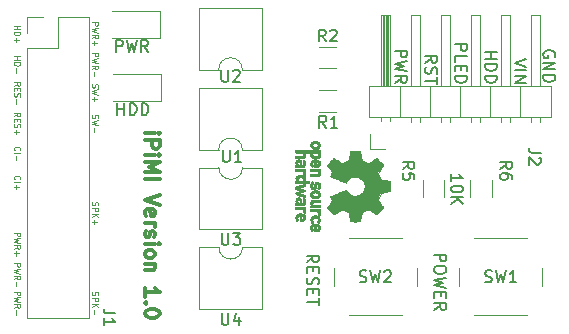
<source format=gbr>
%TF.GenerationSoftware,KiCad,Pcbnew,(5.1.12)-1*%
%TF.CreationDate,2021-12-28T18:57:02-06:00*%
%TF.ProjectId,iPiMI,6950694d-492e-46b6-9963-61645f706362,rev?*%
%TF.SameCoordinates,Original*%
%TF.FileFunction,Legend,Top*%
%TF.FilePolarity,Positive*%
%FSLAX46Y46*%
G04 Gerber Fmt 4.6, Leading zero omitted, Abs format (unit mm)*
G04 Created by KiCad (PCBNEW (5.1.12)-1) date 2021-12-28 18:57:02*
%MOMM*%
%LPD*%
G01*
G04 APERTURE LIST*
%ADD10C,0.100000*%
%ADD11C,0.150000*%
%ADD12C,0.300000*%
%ADD13C,0.010000*%
%ADD14C,0.120000*%
G04 APERTURE END LIST*
D10*
X33197619Y-38447619D02*
X33173809Y-38519047D01*
X33173809Y-38638095D01*
X33197619Y-38685714D01*
X33221428Y-38709523D01*
X33269047Y-38733333D01*
X33316666Y-38733333D01*
X33364285Y-38709523D01*
X33388095Y-38685714D01*
X33411904Y-38638095D01*
X33435714Y-38542857D01*
X33459523Y-38495238D01*
X33483333Y-38471428D01*
X33530952Y-38447619D01*
X33578571Y-38447619D01*
X33626190Y-38471428D01*
X33650000Y-38495238D01*
X33673809Y-38542857D01*
X33673809Y-38661904D01*
X33650000Y-38733333D01*
X33173809Y-38947619D02*
X33673809Y-38947619D01*
X33673809Y-39138095D01*
X33650000Y-39185714D01*
X33626190Y-39209523D01*
X33578571Y-39233333D01*
X33507142Y-39233333D01*
X33459523Y-39209523D01*
X33435714Y-39185714D01*
X33411904Y-39138095D01*
X33411904Y-38947619D01*
X33173809Y-39447619D02*
X33673809Y-39447619D01*
X33173809Y-39733333D02*
X33459523Y-39519047D01*
X33673809Y-39733333D02*
X33388095Y-39447619D01*
X33364285Y-39947619D02*
X33364285Y-40328571D01*
X33197619Y-30847619D02*
X33173809Y-30919047D01*
X33173809Y-31038095D01*
X33197619Y-31085714D01*
X33221428Y-31109523D01*
X33269047Y-31133333D01*
X33316666Y-31133333D01*
X33364285Y-31109523D01*
X33388095Y-31085714D01*
X33411904Y-31038095D01*
X33435714Y-30942857D01*
X33459523Y-30895238D01*
X33483333Y-30871428D01*
X33530952Y-30847619D01*
X33578571Y-30847619D01*
X33626190Y-30871428D01*
X33650000Y-30895238D01*
X33673809Y-30942857D01*
X33673809Y-31061904D01*
X33650000Y-31133333D01*
X33173809Y-31347619D02*
X33673809Y-31347619D01*
X33673809Y-31538095D01*
X33650000Y-31585714D01*
X33626190Y-31609523D01*
X33578571Y-31633333D01*
X33507142Y-31633333D01*
X33459523Y-31609523D01*
X33435714Y-31585714D01*
X33411904Y-31538095D01*
X33411904Y-31347619D01*
X33173809Y-31847619D02*
X33673809Y-31847619D01*
X33173809Y-32133333D02*
X33459523Y-31919047D01*
X33673809Y-32133333D02*
X33388095Y-31847619D01*
X33364285Y-32347619D02*
X33364285Y-32728571D01*
X33173809Y-32538095D02*
X33554761Y-32538095D01*
X33197619Y-23461904D02*
X33173809Y-23533333D01*
X33173809Y-23652380D01*
X33197619Y-23700000D01*
X33221428Y-23723809D01*
X33269047Y-23747619D01*
X33316666Y-23747619D01*
X33364285Y-23723809D01*
X33388095Y-23700000D01*
X33411904Y-23652380D01*
X33435714Y-23557142D01*
X33459523Y-23509523D01*
X33483333Y-23485714D01*
X33530952Y-23461904D01*
X33578571Y-23461904D01*
X33626190Y-23485714D01*
X33650000Y-23509523D01*
X33673809Y-23557142D01*
X33673809Y-23676190D01*
X33650000Y-23747619D01*
X33673809Y-23914285D02*
X33173809Y-24033333D01*
X33530952Y-24128571D01*
X33173809Y-24223809D01*
X33673809Y-24342857D01*
X33364285Y-24533333D02*
X33364285Y-24914285D01*
X33197619Y-20861904D02*
X33173809Y-20933333D01*
X33173809Y-21052380D01*
X33197619Y-21100000D01*
X33221428Y-21123809D01*
X33269047Y-21147619D01*
X33316666Y-21147619D01*
X33364285Y-21123809D01*
X33388095Y-21100000D01*
X33411904Y-21052380D01*
X33435714Y-20957142D01*
X33459523Y-20909523D01*
X33483333Y-20885714D01*
X33530952Y-20861904D01*
X33578571Y-20861904D01*
X33626190Y-20885714D01*
X33650000Y-20909523D01*
X33673809Y-20957142D01*
X33673809Y-21076190D01*
X33650000Y-21147619D01*
X33673809Y-21314285D02*
X33173809Y-21433333D01*
X33530952Y-21528571D01*
X33173809Y-21623809D01*
X33673809Y-21742857D01*
X33364285Y-21933333D02*
X33364285Y-22314285D01*
X33173809Y-22123809D02*
X33554761Y-22123809D01*
X33173809Y-18223809D02*
X33673809Y-18223809D01*
X33673809Y-18414285D01*
X33650000Y-18461904D01*
X33626190Y-18485714D01*
X33578571Y-18509523D01*
X33507142Y-18509523D01*
X33459523Y-18485714D01*
X33435714Y-18461904D01*
X33411904Y-18414285D01*
X33411904Y-18223809D01*
X33673809Y-18676190D02*
X33173809Y-18795238D01*
X33530952Y-18890476D01*
X33173809Y-18985714D01*
X33673809Y-19104761D01*
X33173809Y-19580952D02*
X33411904Y-19414285D01*
X33173809Y-19295238D02*
X33673809Y-19295238D01*
X33673809Y-19485714D01*
X33650000Y-19533333D01*
X33626190Y-19557142D01*
X33578571Y-19580952D01*
X33507142Y-19580952D01*
X33459523Y-19557142D01*
X33435714Y-19533333D01*
X33411904Y-19485714D01*
X33411904Y-19295238D01*
X33364285Y-19795238D02*
X33364285Y-20176190D01*
X33173809Y-15623809D02*
X33673809Y-15623809D01*
X33673809Y-15814285D01*
X33650000Y-15861904D01*
X33626190Y-15885714D01*
X33578571Y-15909523D01*
X33507142Y-15909523D01*
X33459523Y-15885714D01*
X33435714Y-15861904D01*
X33411904Y-15814285D01*
X33411904Y-15623809D01*
X33673809Y-16076190D02*
X33173809Y-16195238D01*
X33530952Y-16290476D01*
X33173809Y-16385714D01*
X33673809Y-16504761D01*
X33173809Y-16980952D02*
X33411904Y-16814285D01*
X33173809Y-16695238D02*
X33673809Y-16695238D01*
X33673809Y-16885714D01*
X33650000Y-16933333D01*
X33626190Y-16957142D01*
X33578571Y-16980952D01*
X33507142Y-16980952D01*
X33459523Y-16957142D01*
X33435714Y-16933333D01*
X33411904Y-16885714D01*
X33411904Y-16695238D01*
X33364285Y-17195238D02*
X33364285Y-17576190D01*
X33173809Y-17385714D02*
X33554761Y-17385714D01*
X26573809Y-38423809D02*
X27073809Y-38423809D01*
X27073809Y-38614285D01*
X27050000Y-38661904D01*
X27026190Y-38685714D01*
X26978571Y-38709523D01*
X26907142Y-38709523D01*
X26859523Y-38685714D01*
X26835714Y-38661904D01*
X26811904Y-38614285D01*
X26811904Y-38423809D01*
X27073809Y-38876190D02*
X26573809Y-38995238D01*
X26930952Y-39090476D01*
X26573809Y-39185714D01*
X27073809Y-39304761D01*
X26573809Y-39780952D02*
X26811904Y-39614285D01*
X26573809Y-39495238D02*
X27073809Y-39495238D01*
X27073809Y-39685714D01*
X27050000Y-39733333D01*
X27026190Y-39757142D01*
X26978571Y-39780952D01*
X26907142Y-39780952D01*
X26859523Y-39757142D01*
X26835714Y-39733333D01*
X26811904Y-39685714D01*
X26811904Y-39495238D01*
X26764285Y-39995238D02*
X26764285Y-40376190D01*
X26573809Y-36023809D02*
X27073809Y-36023809D01*
X27073809Y-36214285D01*
X27050000Y-36261904D01*
X27026190Y-36285714D01*
X26978571Y-36309523D01*
X26907142Y-36309523D01*
X26859523Y-36285714D01*
X26835714Y-36261904D01*
X26811904Y-36214285D01*
X26811904Y-36023809D01*
X27073809Y-36476190D02*
X26573809Y-36595238D01*
X26930952Y-36690476D01*
X26573809Y-36785714D01*
X27073809Y-36904761D01*
X26573809Y-37380952D02*
X26811904Y-37214285D01*
X26573809Y-37095238D02*
X27073809Y-37095238D01*
X27073809Y-37285714D01*
X27050000Y-37333333D01*
X27026190Y-37357142D01*
X26978571Y-37380952D01*
X26907142Y-37380952D01*
X26859523Y-37357142D01*
X26835714Y-37333333D01*
X26811904Y-37285714D01*
X26811904Y-37095238D01*
X26764285Y-37595238D02*
X26764285Y-37976190D01*
X26573809Y-33423809D02*
X27073809Y-33423809D01*
X27073809Y-33614285D01*
X27050000Y-33661904D01*
X27026190Y-33685714D01*
X26978571Y-33709523D01*
X26907142Y-33709523D01*
X26859523Y-33685714D01*
X26835714Y-33661904D01*
X26811904Y-33614285D01*
X26811904Y-33423809D01*
X27073809Y-33876190D02*
X26573809Y-33995238D01*
X26930952Y-34090476D01*
X26573809Y-34185714D01*
X27073809Y-34304761D01*
X26573809Y-34780952D02*
X26811904Y-34614285D01*
X26573809Y-34495238D02*
X27073809Y-34495238D01*
X27073809Y-34685714D01*
X27050000Y-34733333D01*
X27026190Y-34757142D01*
X26978571Y-34780952D01*
X26907142Y-34780952D01*
X26859523Y-34757142D01*
X26835714Y-34733333D01*
X26811904Y-34685714D01*
X26811904Y-34495238D01*
X26764285Y-34995238D02*
X26764285Y-35376190D01*
X26573809Y-35185714D02*
X26954761Y-35185714D01*
X26621428Y-28926190D02*
X26597619Y-28902380D01*
X26573809Y-28830952D01*
X26573809Y-28783333D01*
X26597619Y-28711904D01*
X26645238Y-28664285D01*
X26692857Y-28640476D01*
X26788095Y-28616666D01*
X26859523Y-28616666D01*
X26954761Y-28640476D01*
X27002380Y-28664285D01*
X27050000Y-28711904D01*
X27073809Y-28783333D01*
X27073809Y-28830952D01*
X27050000Y-28902380D01*
X27026190Y-28926190D01*
X26573809Y-29140476D02*
X27073809Y-29140476D01*
X26764285Y-29378571D02*
X26764285Y-29759523D01*
X26573809Y-29569047D02*
X26954761Y-29569047D01*
X26621428Y-26476190D02*
X26597619Y-26452380D01*
X26573809Y-26380952D01*
X26573809Y-26333333D01*
X26597619Y-26261904D01*
X26645238Y-26214285D01*
X26692857Y-26190476D01*
X26788095Y-26166666D01*
X26859523Y-26166666D01*
X26954761Y-26190476D01*
X27002380Y-26214285D01*
X27050000Y-26261904D01*
X27073809Y-26333333D01*
X27073809Y-26380952D01*
X27050000Y-26452380D01*
X27026190Y-26476190D01*
X26573809Y-26690476D02*
X27073809Y-26690476D01*
X26764285Y-26928571D02*
X26764285Y-27309523D01*
X26573809Y-23580952D02*
X26811904Y-23414285D01*
X26573809Y-23295238D02*
X27073809Y-23295238D01*
X27073809Y-23485714D01*
X27050000Y-23533333D01*
X27026190Y-23557142D01*
X26978571Y-23580952D01*
X26907142Y-23580952D01*
X26859523Y-23557142D01*
X26835714Y-23533333D01*
X26811904Y-23485714D01*
X26811904Y-23295238D01*
X26835714Y-23795238D02*
X26835714Y-23961904D01*
X26573809Y-24033333D02*
X26573809Y-23795238D01*
X27073809Y-23795238D01*
X27073809Y-24033333D01*
X26597619Y-24223809D02*
X26573809Y-24295238D01*
X26573809Y-24414285D01*
X26597619Y-24461904D01*
X26621428Y-24485714D01*
X26669047Y-24509523D01*
X26716666Y-24509523D01*
X26764285Y-24485714D01*
X26788095Y-24461904D01*
X26811904Y-24414285D01*
X26835714Y-24319047D01*
X26859523Y-24271428D01*
X26883333Y-24247619D01*
X26930952Y-24223809D01*
X26978571Y-24223809D01*
X27026190Y-24247619D01*
X27050000Y-24271428D01*
X27073809Y-24319047D01*
X27073809Y-24438095D01*
X27050000Y-24509523D01*
X26764285Y-24723809D02*
X26764285Y-25104761D01*
X26573809Y-24914285D02*
X26954761Y-24914285D01*
X26573809Y-20980952D02*
X26811904Y-20814285D01*
X26573809Y-20695238D02*
X27073809Y-20695238D01*
X27073809Y-20885714D01*
X27050000Y-20933333D01*
X27026190Y-20957142D01*
X26978571Y-20980952D01*
X26907142Y-20980952D01*
X26859523Y-20957142D01*
X26835714Y-20933333D01*
X26811904Y-20885714D01*
X26811904Y-20695238D01*
X26835714Y-21195238D02*
X26835714Y-21361904D01*
X26573809Y-21433333D02*
X26573809Y-21195238D01*
X27073809Y-21195238D01*
X27073809Y-21433333D01*
X26597619Y-21623809D02*
X26573809Y-21695238D01*
X26573809Y-21814285D01*
X26597619Y-21861904D01*
X26621428Y-21885714D01*
X26669047Y-21909523D01*
X26716666Y-21909523D01*
X26764285Y-21885714D01*
X26788095Y-21861904D01*
X26811904Y-21814285D01*
X26835714Y-21719047D01*
X26859523Y-21671428D01*
X26883333Y-21647619D01*
X26930952Y-21623809D01*
X26978571Y-21623809D01*
X27026190Y-21647619D01*
X27050000Y-21671428D01*
X27073809Y-21719047D01*
X27073809Y-21838095D01*
X27050000Y-21909523D01*
X26764285Y-22123809D02*
X26764285Y-22504761D01*
X26573809Y-18497619D02*
X27073809Y-18497619D01*
X26835714Y-18497619D02*
X26835714Y-18783333D01*
X26573809Y-18783333D02*
X27073809Y-18783333D01*
X26573809Y-19021428D02*
X27073809Y-19021428D01*
X27073809Y-19140476D01*
X27050000Y-19211904D01*
X27002380Y-19259523D01*
X26954761Y-19283333D01*
X26859523Y-19307142D01*
X26788095Y-19307142D01*
X26692857Y-19283333D01*
X26645238Y-19259523D01*
X26597619Y-19211904D01*
X26573809Y-19140476D01*
X26573809Y-19021428D01*
X26764285Y-19521428D02*
X26764285Y-19902380D01*
X26573809Y-15897619D02*
X27073809Y-15897619D01*
X26835714Y-15897619D02*
X26835714Y-16183333D01*
X26573809Y-16183333D02*
X27073809Y-16183333D01*
X26573809Y-16421428D02*
X27073809Y-16421428D01*
X27073809Y-16540476D01*
X27050000Y-16611904D01*
X27002380Y-16659523D01*
X26954761Y-16683333D01*
X26859523Y-16707142D01*
X26788095Y-16707142D01*
X26692857Y-16683333D01*
X26645238Y-16659523D01*
X26597619Y-16611904D01*
X26573809Y-16540476D01*
X26573809Y-16421428D01*
X26764285Y-16921428D02*
X26764285Y-17302380D01*
X26573809Y-17111904D02*
X26954761Y-17111904D01*
D11*
X63911219Y-17481752D02*
X64911219Y-17481752D01*
X64911219Y-17862704D01*
X64863600Y-17957942D01*
X64815980Y-18005561D01*
X64720742Y-18053180D01*
X64577885Y-18053180D01*
X64482647Y-18005561D01*
X64435028Y-17957942D01*
X64387409Y-17862704D01*
X64387409Y-17481752D01*
X63911219Y-18957942D02*
X63911219Y-18481752D01*
X64911219Y-18481752D01*
X64435028Y-19291276D02*
X64435028Y-19624609D01*
X63911219Y-19767466D02*
X63911219Y-19291276D01*
X64911219Y-19291276D01*
X64911219Y-19767466D01*
X63911219Y-20196038D02*
X64911219Y-20196038D01*
X64911219Y-20434133D01*
X64863600Y-20576990D01*
X64768361Y-20672228D01*
X64673123Y-20719847D01*
X64482647Y-20767466D01*
X64339790Y-20767466D01*
X64149314Y-20719847D01*
X64054076Y-20672228D01*
X63958838Y-20576990D01*
X63911219Y-20434133D01*
X63911219Y-20196038D01*
X61396619Y-19035780D02*
X61872809Y-18702447D01*
X61396619Y-18464352D02*
X62396619Y-18464352D01*
X62396619Y-18845304D01*
X62349000Y-18940542D01*
X62301380Y-18988161D01*
X62206142Y-19035780D01*
X62063285Y-19035780D01*
X61968047Y-18988161D01*
X61920428Y-18940542D01*
X61872809Y-18845304D01*
X61872809Y-18464352D01*
X61444238Y-19416733D02*
X61396619Y-19559590D01*
X61396619Y-19797685D01*
X61444238Y-19892923D01*
X61491857Y-19940542D01*
X61587095Y-19988161D01*
X61682333Y-19988161D01*
X61777571Y-19940542D01*
X61825190Y-19892923D01*
X61872809Y-19797685D01*
X61920428Y-19607209D01*
X61968047Y-19511971D01*
X62015666Y-19464352D01*
X62110904Y-19416733D01*
X62206142Y-19416733D01*
X62301380Y-19464352D01*
X62349000Y-19511971D01*
X62396619Y-19607209D01*
X62396619Y-19845304D01*
X62349000Y-19988161D01*
X62396619Y-20273876D02*
X62396619Y-20845304D01*
X61396619Y-20559590D02*
X62396619Y-20559590D01*
X58831219Y-18021466D02*
X59831219Y-18021466D01*
X59831219Y-18402419D01*
X59783600Y-18497657D01*
X59735980Y-18545276D01*
X59640742Y-18592895D01*
X59497885Y-18592895D01*
X59402647Y-18545276D01*
X59355028Y-18497657D01*
X59307409Y-18402419D01*
X59307409Y-18021466D01*
X59831219Y-18926228D02*
X58831219Y-19164323D01*
X59545504Y-19354800D01*
X58831219Y-19545276D01*
X59831219Y-19783371D01*
X58831219Y-20735752D02*
X59307409Y-20402419D01*
X58831219Y-20164323D02*
X59831219Y-20164323D01*
X59831219Y-20545276D01*
X59783600Y-20640514D01*
X59735980Y-20688133D01*
X59640742Y-20735752D01*
X59497885Y-20735752D01*
X59402647Y-20688133D01*
X59355028Y-20640514D01*
X59307409Y-20545276D01*
X59307409Y-20164323D01*
X66451219Y-18119885D02*
X67451219Y-18119885D01*
X66975028Y-18119885D02*
X66975028Y-18691314D01*
X66451219Y-18691314D02*
X67451219Y-18691314D01*
X66451219Y-19167504D02*
X67451219Y-19167504D01*
X67451219Y-19405600D01*
X67403600Y-19548457D01*
X67308361Y-19643695D01*
X67213123Y-19691314D01*
X67022647Y-19738933D01*
X66879790Y-19738933D01*
X66689314Y-19691314D01*
X66594076Y-19643695D01*
X66498838Y-19548457D01*
X66451219Y-19405600D01*
X66451219Y-19167504D01*
X66451219Y-20167504D02*
X67451219Y-20167504D01*
X67451219Y-20405600D01*
X67403600Y-20548457D01*
X67308361Y-20643695D01*
X67213123Y-20691314D01*
X67022647Y-20738933D01*
X66879790Y-20738933D01*
X66689314Y-20691314D01*
X66594076Y-20643695D01*
X66498838Y-20548457D01*
X66451219Y-20405600D01*
X66451219Y-20167504D01*
X69947619Y-18704761D02*
X68947619Y-19038095D01*
X69947619Y-19371428D01*
X68947619Y-19704761D02*
X69947619Y-19704761D01*
X68947619Y-20180952D02*
X69947619Y-20180952D01*
X68947619Y-20752380D01*
X69947619Y-20752380D01*
X72331200Y-18567495D02*
X72378819Y-18472257D01*
X72378819Y-18329400D01*
X72331200Y-18186542D01*
X72235961Y-18091304D01*
X72140723Y-18043685D01*
X71950247Y-17996066D01*
X71807390Y-17996066D01*
X71616914Y-18043685D01*
X71521676Y-18091304D01*
X71426438Y-18186542D01*
X71378819Y-18329400D01*
X71378819Y-18424638D01*
X71426438Y-18567495D01*
X71474057Y-18615114D01*
X71807390Y-18615114D01*
X71807390Y-18424638D01*
X71378819Y-19043685D02*
X72378819Y-19043685D01*
X71378819Y-19615114D01*
X72378819Y-19615114D01*
X71378819Y-20091304D02*
X72378819Y-20091304D01*
X72378819Y-20329400D01*
X72331200Y-20472257D01*
X72235961Y-20567495D01*
X72140723Y-20615114D01*
X71950247Y-20662733D01*
X71807390Y-20662733D01*
X71616914Y-20615114D01*
X71521676Y-20567495D01*
X71426438Y-20472257D01*
X71378819Y-20329400D01*
X71378819Y-20091304D01*
D12*
X37634523Y-25032142D02*
X38467857Y-25032142D01*
X38884523Y-25032142D02*
X38825000Y-24972619D01*
X38765476Y-25032142D01*
X38825000Y-25091666D01*
X38884523Y-25032142D01*
X38765476Y-25032142D01*
X37634523Y-25627380D02*
X38884523Y-25627380D01*
X38884523Y-26103571D01*
X38825000Y-26222619D01*
X38765476Y-26282142D01*
X38646428Y-26341666D01*
X38467857Y-26341666D01*
X38348809Y-26282142D01*
X38289285Y-26222619D01*
X38229761Y-26103571D01*
X38229761Y-25627380D01*
X37634523Y-26877380D02*
X38467857Y-26877380D01*
X38884523Y-26877380D02*
X38825000Y-26817857D01*
X38765476Y-26877380D01*
X38825000Y-26936904D01*
X38884523Y-26877380D01*
X38765476Y-26877380D01*
X37634523Y-27472619D02*
X38884523Y-27472619D01*
X37991666Y-27889285D01*
X38884523Y-28305952D01*
X37634523Y-28305952D01*
X37634523Y-28901190D02*
X38884523Y-28901190D01*
X38884523Y-30270238D02*
X37634523Y-30686904D01*
X38884523Y-31103571D01*
X37694047Y-31996428D02*
X37634523Y-31877380D01*
X37634523Y-31639285D01*
X37694047Y-31520238D01*
X37813095Y-31460714D01*
X38289285Y-31460714D01*
X38408333Y-31520238D01*
X38467857Y-31639285D01*
X38467857Y-31877380D01*
X38408333Y-31996428D01*
X38289285Y-32055952D01*
X38170238Y-32055952D01*
X38051190Y-31460714D01*
X37634523Y-32591666D02*
X38467857Y-32591666D01*
X38229761Y-32591666D02*
X38348809Y-32651190D01*
X38408333Y-32710714D01*
X38467857Y-32829761D01*
X38467857Y-32948809D01*
X37694047Y-33305952D02*
X37634523Y-33425000D01*
X37634523Y-33663095D01*
X37694047Y-33782142D01*
X37813095Y-33841666D01*
X37872619Y-33841666D01*
X37991666Y-33782142D01*
X38051190Y-33663095D01*
X38051190Y-33484523D01*
X38110714Y-33365476D01*
X38229761Y-33305952D01*
X38289285Y-33305952D01*
X38408333Y-33365476D01*
X38467857Y-33484523D01*
X38467857Y-33663095D01*
X38408333Y-33782142D01*
X37634523Y-34377380D02*
X38467857Y-34377380D01*
X38884523Y-34377380D02*
X38825000Y-34317857D01*
X38765476Y-34377380D01*
X38825000Y-34436904D01*
X38884523Y-34377380D01*
X38765476Y-34377380D01*
X37634523Y-35151190D02*
X37694047Y-35032142D01*
X37753571Y-34972619D01*
X37872619Y-34913095D01*
X38229761Y-34913095D01*
X38348809Y-34972619D01*
X38408333Y-35032142D01*
X38467857Y-35151190D01*
X38467857Y-35329761D01*
X38408333Y-35448809D01*
X38348809Y-35508333D01*
X38229761Y-35567857D01*
X37872619Y-35567857D01*
X37753571Y-35508333D01*
X37694047Y-35448809D01*
X37634523Y-35329761D01*
X37634523Y-35151190D01*
X38467857Y-36103571D02*
X37634523Y-36103571D01*
X38348809Y-36103571D02*
X38408333Y-36163095D01*
X38467857Y-36282142D01*
X38467857Y-36460714D01*
X38408333Y-36579761D01*
X38289285Y-36639285D01*
X37634523Y-36639285D01*
X37634523Y-38841666D02*
X37634523Y-38127380D01*
X37634523Y-38484523D02*
X38884523Y-38484523D01*
X38705952Y-38365476D01*
X38586904Y-38246428D01*
X38527380Y-38127380D01*
X37753571Y-39377380D02*
X37694047Y-39436904D01*
X37634523Y-39377380D01*
X37694047Y-39317857D01*
X37753571Y-39377380D01*
X37634523Y-39377380D01*
X38884523Y-40210714D02*
X38884523Y-40329761D01*
X38825000Y-40448809D01*
X38765476Y-40508333D01*
X38646428Y-40567857D01*
X38408333Y-40627380D01*
X38110714Y-40627380D01*
X37872619Y-40567857D01*
X37753571Y-40508333D01*
X37694047Y-40448809D01*
X37634523Y-40329761D01*
X37634523Y-40210714D01*
X37694047Y-40091666D01*
X37753571Y-40032142D01*
X37872619Y-39972619D01*
X38110714Y-39913095D01*
X38408333Y-39913095D01*
X38646428Y-39972619D01*
X38765476Y-40032142D01*
X38825000Y-40091666D01*
X38884523Y-40210714D01*
D11*
X62147619Y-35290476D02*
X63147619Y-35290476D01*
X63147619Y-35671428D01*
X63100000Y-35766666D01*
X63052380Y-35814285D01*
X62957142Y-35861904D01*
X62814285Y-35861904D01*
X62719047Y-35814285D01*
X62671428Y-35766666D01*
X62623809Y-35671428D01*
X62623809Y-35290476D01*
X63147619Y-36480952D02*
X63147619Y-36671428D01*
X63100000Y-36766666D01*
X63004761Y-36861904D01*
X62814285Y-36909523D01*
X62480952Y-36909523D01*
X62290476Y-36861904D01*
X62195238Y-36766666D01*
X62147619Y-36671428D01*
X62147619Y-36480952D01*
X62195238Y-36385714D01*
X62290476Y-36290476D01*
X62480952Y-36242857D01*
X62814285Y-36242857D01*
X63004761Y-36290476D01*
X63100000Y-36385714D01*
X63147619Y-36480952D01*
X63147619Y-37242857D02*
X62147619Y-37480952D01*
X62861904Y-37671428D01*
X62147619Y-37861904D01*
X63147619Y-38100000D01*
X62671428Y-38480952D02*
X62671428Y-38814285D01*
X62147619Y-38957142D02*
X62147619Y-38480952D01*
X63147619Y-38480952D01*
X63147619Y-38957142D01*
X62147619Y-39957142D02*
X62623809Y-39623809D01*
X62147619Y-39385714D02*
X63147619Y-39385714D01*
X63147619Y-39766666D01*
X63100000Y-39861904D01*
X63052380Y-39909523D01*
X62957142Y-39957142D01*
X62814285Y-39957142D01*
X62719047Y-39909523D01*
X62671428Y-39861904D01*
X62623809Y-39766666D01*
X62623809Y-39385714D01*
X51347619Y-35947619D02*
X51823809Y-35614285D01*
X51347619Y-35376190D02*
X52347619Y-35376190D01*
X52347619Y-35757142D01*
X52300000Y-35852380D01*
X52252380Y-35900000D01*
X52157142Y-35947619D01*
X52014285Y-35947619D01*
X51919047Y-35900000D01*
X51871428Y-35852380D01*
X51823809Y-35757142D01*
X51823809Y-35376190D01*
X51871428Y-36376190D02*
X51871428Y-36709523D01*
X51347619Y-36852380D02*
X51347619Y-36376190D01*
X52347619Y-36376190D01*
X52347619Y-36852380D01*
X51395238Y-37233333D02*
X51347619Y-37376190D01*
X51347619Y-37614285D01*
X51395238Y-37709523D01*
X51442857Y-37757142D01*
X51538095Y-37804761D01*
X51633333Y-37804761D01*
X51728571Y-37757142D01*
X51776190Y-37709523D01*
X51823809Y-37614285D01*
X51871428Y-37423809D01*
X51919047Y-37328571D01*
X51966666Y-37280952D01*
X52061904Y-37233333D01*
X52157142Y-37233333D01*
X52252380Y-37280952D01*
X52300000Y-37328571D01*
X52347619Y-37423809D01*
X52347619Y-37661904D01*
X52300000Y-37804761D01*
X51871428Y-38233333D02*
X51871428Y-38566666D01*
X51347619Y-38709523D02*
X51347619Y-38233333D01*
X52347619Y-38233333D01*
X52347619Y-38709523D01*
X52347619Y-38995238D02*
X52347619Y-39566666D01*
X51347619Y-39280952D02*
X52347619Y-39280952D01*
X35315685Y-23490180D02*
X35315685Y-22490180D01*
X35315685Y-22966371D02*
X35887114Y-22966371D01*
X35887114Y-23490180D02*
X35887114Y-22490180D01*
X36363304Y-23490180D02*
X36363304Y-22490180D01*
X36601400Y-22490180D01*
X36744257Y-22537800D01*
X36839495Y-22633038D01*
X36887114Y-22728276D01*
X36934733Y-22918752D01*
X36934733Y-23061609D01*
X36887114Y-23252085D01*
X36839495Y-23347323D01*
X36744257Y-23442561D01*
X36601400Y-23490180D01*
X36363304Y-23490180D01*
X37363304Y-23490180D02*
X37363304Y-22490180D01*
X37601400Y-22490180D01*
X37744257Y-22537800D01*
X37839495Y-22633038D01*
X37887114Y-22728276D01*
X37934733Y-22918752D01*
X37934733Y-23061609D01*
X37887114Y-23252085D01*
X37839495Y-23347323D01*
X37744257Y-23442561D01*
X37601400Y-23490180D01*
X37363304Y-23490180D01*
X35191866Y-18130780D02*
X35191866Y-17130780D01*
X35572819Y-17130780D01*
X35668057Y-17178400D01*
X35715676Y-17226019D01*
X35763295Y-17321257D01*
X35763295Y-17464114D01*
X35715676Y-17559352D01*
X35668057Y-17606971D01*
X35572819Y-17654590D01*
X35191866Y-17654590D01*
X36096628Y-17130780D02*
X36334723Y-18130780D01*
X36525200Y-17416495D01*
X36715676Y-18130780D01*
X36953771Y-17130780D01*
X37906152Y-18130780D02*
X37572819Y-17654590D01*
X37334723Y-18130780D02*
X37334723Y-17130780D01*
X37715676Y-17130780D01*
X37810914Y-17178400D01*
X37858533Y-17226019D01*
X37906152Y-17321257D01*
X37906152Y-17464114D01*
X37858533Y-17559352D01*
X37810914Y-17606971D01*
X37715676Y-17654590D01*
X37334723Y-17654590D01*
D13*
%TO.C,REF\u002A\u002A*%
G36*
X52447532Y-26963360D02*
G01*
X52430126Y-26998592D01*
X52399794Y-27042040D01*
X52366717Y-27073706D01*
X52325183Y-27095394D01*
X52269478Y-27108903D01*
X52193889Y-27116038D01*
X52092704Y-27118600D01*
X52049203Y-27118750D01*
X51953865Y-27118312D01*
X51885729Y-27116496D01*
X51838582Y-27112545D01*
X51806210Y-27105702D01*
X51782400Y-27095211D01*
X51766157Y-27084296D01*
X51697048Y-27014619D01*
X51655479Y-26932566D01*
X51642977Y-26844050D01*
X51661066Y-26754981D01*
X51673858Y-26726763D01*
X51709069Y-26659210D01*
X51157300Y-26659210D01*
X51182795Y-26708512D01*
X51202520Y-26773473D01*
X51207573Y-26853320D01*
X51198244Y-26933052D01*
X51177286Y-26993265D01*
X51137373Y-27043208D01*
X51080259Y-27085881D01*
X51074395Y-27089090D01*
X51046773Y-27102622D01*
X51018932Y-27112505D01*
X50985206Y-27119309D01*
X50939929Y-27123601D01*
X50877438Y-27125951D01*
X50792065Y-27126928D01*
X50695990Y-27127105D01*
X50389474Y-27127105D01*
X50389474Y-26943289D01*
X50954661Y-26943289D01*
X50997923Y-26891875D01*
X51032528Y-26838466D01*
X51038820Y-26787888D01*
X51022628Y-26737030D01*
X51006773Y-26709925D01*
X50984190Y-26689751D01*
X50950060Y-26675403D01*
X50899566Y-26665776D01*
X50827889Y-26659763D01*
X50730212Y-26656260D01*
X50665198Y-26655026D01*
X50397829Y-26650855D01*
X50392778Y-26563125D01*
X50387727Y-26475394D01*
X52046899Y-26475394D01*
X52046899Y-26659210D01*
X51954400Y-26663896D01*
X51890191Y-26679688D01*
X51850241Y-26709183D01*
X51830520Y-26754980D01*
X51826579Y-26801250D01*
X51831108Y-26853628D01*
X51848931Y-26888390D01*
X51872481Y-26910128D01*
X51897811Y-26927240D01*
X51926031Y-26937427D01*
X51965569Y-26941960D01*
X52024858Y-26942109D01*
X52074502Y-26940584D01*
X52149290Y-26937081D01*
X52198389Y-26931867D01*
X52229533Y-26923087D01*
X52250455Y-26908886D01*
X52262548Y-26895484D01*
X52288919Y-26839487D01*
X52293178Y-26773211D01*
X52284094Y-26735156D01*
X52251804Y-26697477D01*
X52188994Y-26672519D01*
X52096106Y-26660422D01*
X52046899Y-26659210D01*
X52046899Y-26475394D01*
X52461579Y-26475394D01*
X52461579Y-26567302D01*
X52459397Y-26622483D01*
X52451649Y-26650952D01*
X52436532Y-26659206D01*
X52436084Y-26659210D01*
X52421280Y-26663040D01*
X52422961Y-26679933D01*
X52439228Y-26713519D01*
X52464113Y-26791778D01*
X52466729Y-26879827D01*
X52447532Y-26963360D01*
G37*
X52447532Y-26963360D02*
X52430126Y-26998592D01*
X52399794Y-27042040D01*
X52366717Y-27073706D01*
X52325183Y-27095394D01*
X52269478Y-27108903D01*
X52193889Y-27116038D01*
X52092704Y-27118600D01*
X52049203Y-27118750D01*
X51953865Y-27118312D01*
X51885729Y-27116496D01*
X51838582Y-27112545D01*
X51806210Y-27105702D01*
X51782400Y-27095211D01*
X51766157Y-27084296D01*
X51697048Y-27014619D01*
X51655479Y-26932566D01*
X51642977Y-26844050D01*
X51661066Y-26754981D01*
X51673858Y-26726763D01*
X51709069Y-26659210D01*
X51157300Y-26659210D01*
X51182795Y-26708512D01*
X51202520Y-26773473D01*
X51207573Y-26853320D01*
X51198244Y-26933052D01*
X51177286Y-26993265D01*
X51137373Y-27043208D01*
X51080259Y-27085881D01*
X51074395Y-27089090D01*
X51046773Y-27102622D01*
X51018932Y-27112505D01*
X50985206Y-27119309D01*
X50939929Y-27123601D01*
X50877438Y-27125951D01*
X50792065Y-27126928D01*
X50695990Y-27127105D01*
X50389474Y-27127105D01*
X50389474Y-26943289D01*
X50954661Y-26943289D01*
X50997923Y-26891875D01*
X51032528Y-26838466D01*
X51038820Y-26787888D01*
X51022628Y-26737030D01*
X51006773Y-26709925D01*
X50984190Y-26689751D01*
X50950060Y-26675403D01*
X50899566Y-26665776D01*
X50827889Y-26659763D01*
X50730212Y-26656260D01*
X50665198Y-26655026D01*
X50397829Y-26650855D01*
X50392778Y-26563125D01*
X50387727Y-26475394D01*
X52046899Y-26475394D01*
X52046899Y-26659210D01*
X51954400Y-26663896D01*
X51890191Y-26679688D01*
X51850241Y-26709183D01*
X51830520Y-26754980D01*
X51826579Y-26801250D01*
X51831108Y-26853628D01*
X51848931Y-26888390D01*
X51872481Y-26910128D01*
X51897811Y-26927240D01*
X51926031Y-26937427D01*
X51965569Y-26941960D01*
X52024858Y-26942109D01*
X52074502Y-26940584D01*
X52149290Y-26937081D01*
X52198389Y-26931867D01*
X52229533Y-26923087D01*
X52250455Y-26908886D01*
X52262548Y-26895484D01*
X52288919Y-26839487D01*
X52293178Y-26773211D01*
X52284094Y-26735156D01*
X52251804Y-26697477D01*
X52188994Y-26672519D01*
X52096106Y-26660422D01*
X52046899Y-26659210D01*
X52046899Y-26475394D01*
X52461579Y-26475394D01*
X52461579Y-26567302D01*
X52459397Y-26622483D01*
X52451649Y-26650952D01*
X52436532Y-26659206D01*
X52436084Y-26659210D01*
X52421280Y-26663040D01*
X52422961Y-26679933D01*
X52439228Y-26713519D01*
X52464113Y-26791778D01*
X52466729Y-26879827D01*
X52447532Y-26963360D01*
G36*
X51201816Y-27660457D02*
G01*
X51180840Y-27739070D01*
X51142820Y-27798916D01*
X51093022Y-27841147D01*
X51071770Y-27854275D01*
X51049508Y-27863968D01*
X51021030Y-27870744D01*
X50981129Y-27875123D01*
X50924599Y-27877624D01*
X50846233Y-27878768D01*
X50740824Y-27879072D01*
X50712858Y-27879078D01*
X50389474Y-27879078D01*
X50389474Y-27798868D01*
X50393057Y-27747706D01*
X50402134Y-27709877D01*
X50407732Y-27700399D01*
X50417394Y-27674488D01*
X50407732Y-27648024D01*
X50395670Y-27604452D01*
X50390815Y-27541160D01*
X50392922Y-27471010D01*
X50401744Y-27406860D01*
X50413063Y-27369407D01*
X50459588Y-27296933D01*
X50524154Y-27251640D01*
X50610000Y-27231278D01*
X50612204Y-27231088D01*
X50650287Y-27232875D01*
X50650287Y-27394473D01*
X50606970Y-27408601D01*
X50582592Y-27431612D01*
X50564155Y-27477804D01*
X50556795Y-27538775D01*
X50560417Y-27600949D01*
X50574926Y-27650751D01*
X50584235Y-27664703D01*
X50627247Y-27689085D01*
X50676143Y-27695263D01*
X50740395Y-27695263D01*
X50740395Y-27602818D01*
X50733634Y-27514995D01*
X50714480Y-27448418D01*
X50684624Y-27407002D01*
X50650287Y-27394473D01*
X50650287Y-27232875D01*
X50705996Y-27235490D01*
X50780153Y-27266424D01*
X50836233Y-27324581D01*
X50841335Y-27332620D01*
X50857945Y-27367163D01*
X50868004Y-27409918D01*
X50872893Y-27469686D01*
X50874017Y-27540690D01*
X50874079Y-27695263D01*
X50938875Y-27695263D01*
X50989150Y-27688706D01*
X51022831Y-27671975D01*
X51024624Y-27670016D01*
X51039358Y-27632783D01*
X51045069Y-27576580D01*
X51042263Y-27514467D01*
X51031444Y-27459510D01*
X51015218Y-27426899D01*
X51002220Y-27409228D01*
X50999738Y-27390569D01*
X51010387Y-27364819D01*
X51036782Y-27325873D01*
X51081535Y-27267630D01*
X51085727Y-27262284D01*
X51101240Y-27265023D01*
X51127040Y-27287876D01*
X51155711Y-27322609D01*
X51179834Y-27360990D01*
X51185530Y-27373048D01*
X51196897Y-27417034D01*
X51205005Y-27481487D01*
X51208257Y-27553497D01*
X51208264Y-27556864D01*
X51201816Y-27660457D01*
G37*
X51201816Y-27660457D02*
X51180840Y-27739070D01*
X51142820Y-27798916D01*
X51093022Y-27841147D01*
X51071770Y-27854275D01*
X51049508Y-27863968D01*
X51021030Y-27870744D01*
X50981129Y-27875123D01*
X50924599Y-27877624D01*
X50846233Y-27878768D01*
X50740824Y-27879072D01*
X50712858Y-27879078D01*
X50389474Y-27879078D01*
X50389474Y-27798868D01*
X50393057Y-27747706D01*
X50402134Y-27709877D01*
X50407732Y-27700399D01*
X50417394Y-27674488D01*
X50407732Y-27648024D01*
X50395670Y-27604452D01*
X50390815Y-27541160D01*
X50392922Y-27471010D01*
X50401744Y-27406860D01*
X50413063Y-27369407D01*
X50459588Y-27296933D01*
X50524154Y-27251640D01*
X50610000Y-27231278D01*
X50612204Y-27231088D01*
X50650287Y-27232875D01*
X50650287Y-27394473D01*
X50606970Y-27408601D01*
X50582592Y-27431612D01*
X50564155Y-27477804D01*
X50556795Y-27538775D01*
X50560417Y-27600949D01*
X50574926Y-27650751D01*
X50584235Y-27664703D01*
X50627247Y-27689085D01*
X50676143Y-27695263D01*
X50740395Y-27695263D01*
X50740395Y-27602818D01*
X50733634Y-27514995D01*
X50714480Y-27448418D01*
X50684624Y-27407002D01*
X50650287Y-27394473D01*
X50650287Y-27232875D01*
X50705996Y-27235490D01*
X50780153Y-27266424D01*
X50836233Y-27324581D01*
X50841335Y-27332620D01*
X50857945Y-27367163D01*
X50868004Y-27409918D01*
X50872893Y-27469686D01*
X50874017Y-27540690D01*
X50874079Y-27695263D01*
X50938875Y-27695263D01*
X50989150Y-27688706D01*
X51022831Y-27671975D01*
X51024624Y-27670016D01*
X51039358Y-27632783D01*
X51045069Y-27576580D01*
X51042263Y-27514467D01*
X51031444Y-27459510D01*
X51015218Y-27426899D01*
X51002220Y-27409228D01*
X50999738Y-27390569D01*
X51010387Y-27364819D01*
X51036782Y-27325873D01*
X51081535Y-27267630D01*
X51085727Y-27262284D01*
X51101240Y-27265023D01*
X51127040Y-27287876D01*
X51155711Y-27322609D01*
X51179834Y-27360990D01*
X51185530Y-27373048D01*
X51196897Y-27417034D01*
X51205005Y-27481487D01*
X51208257Y-27553497D01*
X51208264Y-27556864D01*
X51201816Y-27660457D01*
G36*
X51206514Y-28179881D02*
G01*
X51199018Y-28204888D01*
X51182549Y-28212950D01*
X51175114Y-28213289D01*
X51154406Y-28214736D01*
X51151155Y-28224698D01*
X51165352Y-28251612D01*
X51175052Y-28267598D01*
X51195825Y-28318033D01*
X51206096Y-28378272D01*
X51206886Y-28441434D01*
X51199214Y-28500637D01*
X51184102Y-28549002D01*
X51162568Y-28579646D01*
X51135634Y-28585689D01*
X51128340Y-28582639D01*
X51098063Y-28560406D01*
X51060825Y-28525930D01*
X51054805Y-28519694D01*
X51027125Y-28486833D01*
X51018182Y-28458480D01*
X51024424Y-28418827D01*
X51028571Y-28402942D01*
X51038533Y-28353509D01*
X51034053Y-28318752D01*
X51018254Y-28289400D01*
X50997051Y-28262513D01*
X50970386Y-28242710D01*
X50933173Y-28228948D01*
X50880327Y-28220184D01*
X50806763Y-28215374D01*
X50707395Y-28213474D01*
X50647399Y-28213289D01*
X50389474Y-28213289D01*
X50389474Y-28046184D01*
X51208290Y-28046184D01*
X51208290Y-28129736D01*
X51206514Y-28179881D01*
G37*
X51206514Y-28179881D02*
X51199018Y-28204888D01*
X51182549Y-28212950D01*
X51175114Y-28213289D01*
X51154406Y-28214736D01*
X51151155Y-28224698D01*
X51165352Y-28251612D01*
X51175052Y-28267598D01*
X51195825Y-28318033D01*
X51206096Y-28378272D01*
X51206886Y-28441434D01*
X51199214Y-28500637D01*
X51184102Y-28549002D01*
X51162568Y-28579646D01*
X51135634Y-28585689D01*
X51128340Y-28582639D01*
X51098063Y-28560406D01*
X51060825Y-28525930D01*
X51054805Y-28519694D01*
X51027125Y-28486833D01*
X51018182Y-28458480D01*
X51024424Y-28418827D01*
X51028571Y-28402942D01*
X51038533Y-28353509D01*
X51034053Y-28318752D01*
X51018254Y-28289400D01*
X50997051Y-28262513D01*
X50970386Y-28242710D01*
X50933173Y-28228948D01*
X50880327Y-28220184D01*
X50806763Y-28215374D01*
X50707395Y-28213474D01*
X50647399Y-28213289D01*
X50389474Y-28213289D01*
X50389474Y-28046184D01*
X51208290Y-28046184D01*
X51208290Y-28129736D01*
X51206514Y-28179881D01*
G36*
X50389474Y-29232631D02*
G01*
X50389474Y-29140723D01*
X50391038Y-29087377D01*
X50397515Y-29059593D01*
X50411582Y-29049590D01*
X50421094Y-29048815D01*
X50440168Y-29047128D01*
X50443826Y-29036490D01*
X50432068Y-29008535D01*
X50421094Y-28986795D01*
X50395089Y-28903332D01*
X50393584Y-28812604D01*
X50412979Y-28738842D01*
X50459835Y-28670154D01*
X50528996Y-28617794D01*
X50610573Y-28589122D01*
X50615134Y-28588392D01*
X50664899Y-28584132D01*
X50736341Y-28582014D01*
X50790374Y-28582184D01*
X50790374Y-28764720D01*
X50718559Y-28768949D01*
X50659366Y-28778568D01*
X50625940Y-28791590D01*
X50580260Y-28840856D01*
X50563885Y-28899350D01*
X50577127Y-28959671D01*
X50616627Y-29011217D01*
X50643193Y-29030738D01*
X50674894Y-29042152D01*
X50721168Y-29047498D01*
X50790672Y-29048815D01*
X50859501Y-29046458D01*
X50919974Y-29040233D01*
X50960444Y-29031408D01*
X50964071Y-29029937D01*
X51007198Y-28994347D01*
X51030876Y-28942400D01*
X51034699Y-28884278D01*
X51018262Y-28830160D01*
X50981160Y-28790226D01*
X50973778Y-28786083D01*
X50928761Y-28773116D01*
X50864033Y-28766052D01*
X50790374Y-28764720D01*
X50790374Y-28582184D01*
X50817770Y-28582271D01*
X50861595Y-28583472D01*
X50970012Y-28591645D01*
X51051412Y-28608630D01*
X51111588Y-28636887D01*
X51156334Y-28678872D01*
X51182600Y-28719632D01*
X51201065Y-28776581D01*
X51207398Y-28847411D01*
X51202240Y-28919941D01*
X51186231Y-28981986D01*
X51167080Y-29014768D01*
X51136268Y-29048815D01*
X51525790Y-29048815D01*
X51525790Y-29232631D01*
X50389474Y-29232631D01*
G37*
X50389474Y-29232631D02*
X50389474Y-29140723D01*
X50391038Y-29087377D01*
X50397515Y-29059593D01*
X50411582Y-29049590D01*
X50421094Y-29048815D01*
X50440168Y-29047128D01*
X50443826Y-29036490D01*
X50432068Y-29008535D01*
X50421094Y-28986795D01*
X50395089Y-28903332D01*
X50393584Y-28812604D01*
X50412979Y-28738842D01*
X50459835Y-28670154D01*
X50528996Y-28617794D01*
X50610573Y-28589122D01*
X50615134Y-28588392D01*
X50664899Y-28584132D01*
X50736341Y-28582014D01*
X50790374Y-28582184D01*
X50790374Y-28764720D01*
X50718559Y-28768949D01*
X50659366Y-28778568D01*
X50625940Y-28791590D01*
X50580260Y-28840856D01*
X50563885Y-28899350D01*
X50577127Y-28959671D01*
X50616627Y-29011217D01*
X50643193Y-29030738D01*
X50674894Y-29042152D01*
X50721168Y-29047498D01*
X50790672Y-29048815D01*
X50859501Y-29046458D01*
X50919974Y-29040233D01*
X50960444Y-29031408D01*
X50964071Y-29029937D01*
X51007198Y-28994347D01*
X51030876Y-28942400D01*
X51034699Y-28884278D01*
X51018262Y-28830160D01*
X50981160Y-28790226D01*
X50973778Y-28786083D01*
X50928761Y-28773116D01*
X50864033Y-28766052D01*
X50790374Y-28764720D01*
X50790374Y-28582184D01*
X50817770Y-28582271D01*
X50861595Y-28583472D01*
X50970012Y-28591645D01*
X51051412Y-28608630D01*
X51111588Y-28636887D01*
X51156334Y-28678872D01*
X51182600Y-28719632D01*
X51201065Y-28776581D01*
X51207398Y-28847411D01*
X51202240Y-28919941D01*
X51186231Y-28981986D01*
X51167080Y-29014768D01*
X51136268Y-29048815D01*
X51525790Y-29048815D01*
X51525790Y-29232631D01*
X50389474Y-29232631D01*
G36*
X51204896Y-29874130D02*
G01*
X51199934Y-29940220D01*
X50940921Y-30026626D01*
X50681908Y-30113031D01*
X50773816Y-30140124D01*
X50830616Y-30156428D01*
X50907375Y-30177875D01*
X50991749Y-30201035D01*
X51037007Y-30213280D01*
X51208290Y-30259344D01*
X51208290Y-30449387D01*
X51028651Y-30392582D01*
X50940296Y-30364607D01*
X50833719Y-30330813D01*
X50722546Y-30295520D01*
X50623421Y-30264013D01*
X50397829Y-30192250D01*
X50387747Y-30037286D01*
X50526472Y-29995270D01*
X50612649Y-29969359D01*
X50707653Y-29941083D01*
X50791559Y-29916369D01*
X50794898Y-29915394D01*
X50851752Y-29896935D01*
X50890544Y-29880649D01*
X50905213Y-29869242D01*
X50903517Y-29866898D01*
X50880775Y-29858671D01*
X50832060Y-29843038D01*
X50763498Y-29821904D01*
X50681215Y-29797170D01*
X50635954Y-29783787D01*
X50389474Y-29711311D01*
X50389474Y-29557495D01*
X50777994Y-29434531D01*
X50886978Y-29399988D01*
X50985952Y-29368521D01*
X51070264Y-29341616D01*
X51135266Y-29320759D01*
X51176308Y-29307438D01*
X51188299Y-29303388D01*
X51200577Y-29306594D01*
X51205954Y-29331765D01*
X51205416Y-29384146D01*
X51205010Y-29392345D01*
X51199934Y-29489482D01*
X50965987Y-29553100D01*
X50880667Y-29576484D01*
X50805665Y-29597381D01*
X50747493Y-29613951D01*
X50712663Y-29624354D01*
X50706984Y-29626276D01*
X50713514Y-29634241D01*
X50747346Y-29650304D01*
X50803873Y-29672621D01*
X50878490Y-29699345D01*
X50945893Y-29721937D01*
X51209857Y-29808041D01*
X51204896Y-29874130D01*
G37*
X51204896Y-29874130D02*
X51199934Y-29940220D01*
X50940921Y-30026626D01*
X50681908Y-30113031D01*
X50773816Y-30140124D01*
X50830616Y-30156428D01*
X50907375Y-30177875D01*
X50991749Y-30201035D01*
X51037007Y-30213280D01*
X51208290Y-30259344D01*
X51208290Y-30449387D01*
X51028651Y-30392582D01*
X50940296Y-30364607D01*
X50833719Y-30330813D01*
X50722546Y-30295520D01*
X50623421Y-30264013D01*
X50397829Y-30192250D01*
X50387747Y-30037286D01*
X50526472Y-29995270D01*
X50612649Y-29969359D01*
X50707653Y-29941083D01*
X50791559Y-29916369D01*
X50794898Y-29915394D01*
X50851752Y-29896935D01*
X50890544Y-29880649D01*
X50905213Y-29869242D01*
X50903517Y-29866898D01*
X50880775Y-29858671D01*
X50832060Y-29843038D01*
X50763498Y-29821904D01*
X50681215Y-29797170D01*
X50635954Y-29783787D01*
X50389474Y-29711311D01*
X50389474Y-29557495D01*
X50777994Y-29434531D01*
X50886978Y-29399988D01*
X50985952Y-29368521D01*
X51070264Y-29341616D01*
X51135266Y-29320759D01*
X51176308Y-29307438D01*
X51188299Y-29303388D01*
X51200577Y-29306594D01*
X51205954Y-29331765D01*
X51205416Y-29384146D01*
X51205010Y-29392345D01*
X51199934Y-29489482D01*
X50965987Y-29553100D01*
X50880667Y-29576484D01*
X50805665Y-29597381D01*
X50747493Y-29613951D01*
X50712663Y-29624354D01*
X50706984Y-29626276D01*
X50713514Y-29634241D01*
X50747346Y-29650304D01*
X50803873Y-29672621D01*
X50878490Y-29699345D01*
X50945893Y-29721937D01*
X51209857Y-29808041D01*
X51204896Y-29874130D01*
G36*
X51203327Y-30879992D02*
G01*
X51186220Y-30950427D01*
X51177156Y-30970787D01*
X51153417Y-31010253D01*
X51126679Y-31040541D01*
X51092301Y-31062952D01*
X51045640Y-31078786D01*
X50982054Y-31089343D01*
X50896901Y-31095924D01*
X50785538Y-31099828D01*
X50711151Y-31101310D01*
X50389474Y-31106765D01*
X50389474Y-31013580D01*
X50391844Y-30957047D01*
X50399945Y-30927922D01*
X50413549Y-30920394D01*
X50428259Y-30916420D01*
X50425446Y-30898652D01*
X50413652Y-30874440D01*
X50395573Y-30813828D01*
X50390701Y-30735929D01*
X50398670Y-30653995D01*
X50419111Y-30581281D01*
X50421949Y-30574759D01*
X50468635Y-30508302D01*
X50533536Y-30464491D01*
X50609400Y-30444332D01*
X50636656Y-30445872D01*
X50636656Y-30610345D01*
X50599976Y-30624837D01*
X50573691Y-30667805D01*
X50559583Y-30737129D01*
X50557710Y-30774177D01*
X50562506Y-30835919D01*
X50581142Y-30876960D01*
X50590000Y-30886973D01*
X50638194Y-30914100D01*
X50681908Y-30920394D01*
X50740395Y-30920394D01*
X50740395Y-30838930D01*
X50735568Y-30744234D01*
X50720387Y-30677813D01*
X50693800Y-30635846D01*
X50681948Y-30626449D01*
X50636656Y-30610345D01*
X50636656Y-30445872D01*
X50688974Y-30448829D01*
X50765005Y-30478985D01*
X50816388Y-30520131D01*
X50838603Y-30545052D01*
X50853202Y-30569448D01*
X50862103Y-30601191D01*
X50867225Y-30648152D01*
X50870485Y-30718204D01*
X50871423Y-30745990D01*
X50877121Y-30920394D01*
X50929909Y-30920138D01*
X50985397Y-30913384D01*
X51018948Y-30888964D01*
X51040382Y-30839630D01*
X51040764Y-30838306D01*
X51049192Y-30768360D01*
X51038184Y-30699914D01*
X51011415Y-30649047D01*
X50998197Y-30628637D01*
X51000026Y-30606654D01*
X51019176Y-30572826D01*
X51032692Y-30552961D01*
X51061568Y-30514106D01*
X51083214Y-30490038D01*
X51089411Y-30486176D01*
X51121481Y-30502079D01*
X51159781Y-30549065D01*
X51172703Y-30569473D01*
X51194959Y-30628143D01*
X51207568Y-30707212D01*
X51210400Y-30795041D01*
X51203327Y-30879992D01*
G37*
X51203327Y-30879992D02*
X51186220Y-30950427D01*
X51177156Y-30970787D01*
X51153417Y-31010253D01*
X51126679Y-31040541D01*
X51092301Y-31062952D01*
X51045640Y-31078786D01*
X50982054Y-31089343D01*
X50896901Y-31095924D01*
X50785538Y-31099828D01*
X50711151Y-31101310D01*
X50389474Y-31106765D01*
X50389474Y-31013580D01*
X50391844Y-30957047D01*
X50399945Y-30927922D01*
X50413549Y-30920394D01*
X50428259Y-30916420D01*
X50425446Y-30898652D01*
X50413652Y-30874440D01*
X50395573Y-30813828D01*
X50390701Y-30735929D01*
X50398670Y-30653995D01*
X50419111Y-30581281D01*
X50421949Y-30574759D01*
X50468635Y-30508302D01*
X50533536Y-30464491D01*
X50609400Y-30444332D01*
X50636656Y-30445872D01*
X50636656Y-30610345D01*
X50599976Y-30624837D01*
X50573691Y-30667805D01*
X50559583Y-30737129D01*
X50557710Y-30774177D01*
X50562506Y-30835919D01*
X50581142Y-30876960D01*
X50590000Y-30886973D01*
X50638194Y-30914100D01*
X50681908Y-30920394D01*
X50740395Y-30920394D01*
X50740395Y-30838930D01*
X50735568Y-30744234D01*
X50720387Y-30677813D01*
X50693800Y-30635846D01*
X50681948Y-30626449D01*
X50636656Y-30610345D01*
X50636656Y-30445872D01*
X50688974Y-30448829D01*
X50765005Y-30478985D01*
X50816388Y-30520131D01*
X50838603Y-30545052D01*
X50853202Y-30569448D01*
X50862103Y-30601191D01*
X50867225Y-30648152D01*
X50870485Y-30718204D01*
X50871423Y-30745990D01*
X50877121Y-30920394D01*
X50929909Y-30920138D01*
X50985397Y-30913384D01*
X51018948Y-30888964D01*
X51040382Y-30839630D01*
X51040764Y-30838306D01*
X51049192Y-30768360D01*
X51038184Y-30699914D01*
X51011415Y-30649047D01*
X50998197Y-30628637D01*
X51000026Y-30606654D01*
X51019176Y-30572826D01*
X51032692Y-30552961D01*
X51061568Y-30514106D01*
X51083214Y-30490038D01*
X51089411Y-30486176D01*
X51121481Y-30502079D01*
X51159781Y-30549065D01*
X51172703Y-30569473D01*
X51194959Y-30628143D01*
X51207568Y-30707212D01*
X51210400Y-30795041D01*
X51203327Y-30879992D01*
G36*
X51208553Y-31673167D02*
G01*
X51195888Y-31737408D01*
X51177136Y-31773980D01*
X51145983Y-31812453D01*
X51076873Y-31757717D01*
X51035021Y-31723969D01*
X51014602Y-31701053D01*
X51011483Y-31678279D01*
X51021528Y-31644956D01*
X51027211Y-31629314D01*
X51035596Y-31565542D01*
X51017622Y-31507140D01*
X50977018Y-31464264D01*
X50964071Y-31457299D01*
X50929776Y-31449713D01*
X50866573Y-31443859D01*
X50778940Y-31440011D01*
X50671360Y-31438443D01*
X50656056Y-31438421D01*
X50389474Y-31438421D01*
X50389474Y-31254605D01*
X51208290Y-31254605D01*
X51208290Y-31346513D01*
X51206906Y-31399507D01*
X51200748Y-31427115D01*
X51186806Y-31437324D01*
X51173656Y-31438421D01*
X51139022Y-31438421D01*
X51173656Y-31482450D01*
X51197284Y-31532937D01*
X51208967Y-31600760D01*
X51208553Y-31673167D01*
G37*
X51208553Y-31673167D02*
X51195888Y-31737408D01*
X51177136Y-31773980D01*
X51145983Y-31812453D01*
X51076873Y-31757717D01*
X51035021Y-31723969D01*
X51014602Y-31701053D01*
X51011483Y-31678279D01*
X51021528Y-31644956D01*
X51027211Y-31629314D01*
X51035596Y-31565542D01*
X51017622Y-31507140D01*
X50977018Y-31464264D01*
X50964071Y-31457299D01*
X50929776Y-31449713D01*
X50866573Y-31443859D01*
X50778940Y-31440011D01*
X50671360Y-31438443D01*
X50656056Y-31438421D01*
X50389474Y-31438421D01*
X50389474Y-31254605D01*
X51208290Y-31254605D01*
X51208290Y-31346513D01*
X51206906Y-31399507D01*
X51200748Y-31427115D01*
X51186806Y-31437324D01*
X51173656Y-31438421D01*
X51139022Y-31438421D01*
X51173656Y-31482450D01*
X51197284Y-31532937D01*
X51208967Y-31600760D01*
X51208553Y-31673167D01*
G36*
X51203922Y-32201193D02*
G01*
X51183155Y-32281068D01*
X51140295Y-32347962D01*
X51108277Y-32380351D01*
X51032587Y-32433445D01*
X50944784Y-32463873D01*
X50836850Y-32474327D01*
X50828125Y-32474380D01*
X50740395Y-32474473D01*
X50740395Y-31969534D01*
X50694441Y-31980298D01*
X50652822Y-31999732D01*
X50609456Y-32033745D01*
X50602533Y-32040860D01*
X50565065Y-32102003D01*
X50558711Y-32171729D01*
X50583362Y-32251987D01*
X50590000Y-32265592D01*
X50610181Y-32307319D01*
X50621679Y-32335268D01*
X50622742Y-32340145D01*
X50612417Y-32357168D01*
X50587155Y-32389633D01*
X50573350Y-32406114D01*
X50541639Y-32440264D01*
X50520701Y-32451478D01*
X50501440Y-32443695D01*
X50496173Y-32439535D01*
X50473122Y-32411357D01*
X50445108Y-32364862D01*
X50428754Y-32332434D01*
X50399941Y-32240385D01*
X50390605Y-32138476D01*
X50401668Y-32041963D01*
X50409588Y-32014934D01*
X50454419Y-31931276D01*
X50523402Y-31869266D01*
X50617206Y-31828545D01*
X50736502Y-31808755D01*
X50798882Y-31806582D01*
X50889702Y-31812926D01*
X50889702Y-31973157D01*
X50882988Y-31988655D01*
X50877720Y-32030312D01*
X50874611Y-32090876D01*
X50874079Y-32131907D01*
X50874592Y-32205711D01*
X50876994Y-32252293D01*
X50882578Y-32277848D01*
X50892639Y-32288569D01*
X50907237Y-32290657D01*
X50952204Y-32276331D01*
X50996647Y-32240262D01*
X51030758Y-32192815D01*
X51044712Y-32145349D01*
X51032334Y-32080879D01*
X50996548Y-32025070D01*
X50944967Y-31986374D01*
X50889702Y-31973157D01*
X50889702Y-31812926D01*
X50931134Y-31815821D01*
X51036502Y-31844336D01*
X51115822Y-31892729D01*
X51169929Y-31961604D01*
X51199657Y-32051565D01*
X51205382Y-32100300D01*
X51203922Y-32201193D01*
G37*
X51203922Y-32201193D02*
X51183155Y-32281068D01*
X51140295Y-32347962D01*
X51108277Y-32380351D01*
X51032587Y-32433445D01*
X50944784Y-32463873D01*
X50836850Y-32474327D01*
X50828125Y-32474380D01*
X50740395Y-32474473D01*
X50740395Y-31969534D01*
X50694441Y-31980298D01*
X50652822Y-31999732D01*
X50609456Y-32033745D01*
X50602533Y-32040860D01*
X50565065Y-32102003D01*
X50558711Y-32171729D01*
X50583362Y-32251987D01*
X50590000Y-32265592D01*
X50610181Y-32307319D01*
X50621679Y-32335268D01*
X50622742Y-32340145D01*
X50612417Y-32357168D01*
X50587155Y-32389633D01*
X50573350Y-32406114D01*
X50541639Y-32440264D01*
X50520701Y-32451478D01*
X50501440Y-32443695D01*
X50496173Y-32439535D01*
X50473122Y-32411357D01*
X50445108Y-32364862D01*
X50428754Y-32332434D01*
X50399941Y-32240385D01*
X50390605Y-32138476D01*
X50401668Y-32041963D01*
X50409588Y-32014934D01*
X50454419Y-31931276D01*
X50523402Y-31869266D01*
X50617206Y-31828545D01*
X50736502Y-31808755D01*
X50798882Y-31806582D01*
X50889702Y-31812926D01*
X50889702Y-31973157D01*
X50882988Y-31988655D01*
X50877720Y-32030312D01*
X50874611Y-32090876D01*
X50874079Y-32131907D01*
X50874592Y-32205711D01*
X50876994Y-32252293D01*
X50882578Y-32277848D01*
X50892639Y-32288569D01*
X50907237Y-32290657D01*
X50952204Y-32276331D01*
X50996647Y-32240262D01*
X51030758Y-32192815D01*
X51044712Y-32145349D01*
X51032334Y-32080879D01*
X50996548Y-32025070D01*
X50944967Y-31986374D01*
X50889702Y-31973157D01*
X50889702Y-31812926D01*
X50931134Y-31815821D01*
X51036502Y-31844336D01*
X51115822Y-31892729D01*
X51169929Y-31961604D01*
X51199657Y-32051565D01*
X51205382Y-32100300D01*
X51203922Y-32201193D01*
G36*
X52452896Y-26126784D02*
G01*
X52414246Y-26214205D01*
X52349710Y-26280570D01*
X52259188Y-26325976D01*
X52142582Y-26350518D01*
X52124376Y-26352277D01*
X51996016Y-26353656D01*
X51883504Y-26335784D01*
X51792312Y-26299750D01*
X51762978Y-26280455D01*
X51700894Y-26213245D01*
X51660684Y-26127650D01*
X51643997Y-26031890D01*
X51652483Y-25934187D01*
X51678620Y-25859917D01*
X51722665Y-25796047D01*
X51780413Y-25743846D01*
X51781764Y-25742943D01*
X51817407Y-25721744D01*
X51853248Y-25707967D01*
X51898481Y-25699624D01*
X51962299Y-25694727D01*
X52014632Y-25692569D01*
X52062090Y-25691671D01*
X52062090Y-25858743D01*
X52014846Y-25860376D01*
X51951954Y-25866304D01*
X51911593Y-25876761D01*
X51882878Y-25895619D01*
X51866104Y-25913281D01*
X51830984Y-25975894D01*
X51826290Y-26041408D01*
X51851560Y-26102421D01*
X51879876Y-26132928D01*
X51908411Y-26154911D01*
X51935716Y-26167769D01*
X51971250Y-26173412D01*
X52024476Y-26173751D01*
X52073494Y-26172012D01*
X52143518Y-26168271D01*
X52188936Y-26162341D01*
X52218560Y-26151653D01*
X52241203Y-26133639D01*
X52254145Y-26119363D01*
X52288140Y-26059651D01*
X52289835Y-25995234D01*
X52269699Y-25941219D01*
X52227648Y-25895140D01*
X52158572Y-25867689D01*
X52062090Y-25858743D01*
X52062090Y-25691671D01*
X52118701Y-25690599D01*
X52196532Y-25693964D01*
X52255070Y-25704045D01*
X52301263Y-25722226D01*
X52342058Y-25749890D01*
X52354172Y-25760146D01*
X52414526Y-25824278D01*
X52449780Y-25893066D01*
X52464550Y-25977189D01*
X52465757Y-26018209D01*
X52452896Y-26126784D01*
G37*
X52452896Y-26126784D02*
X52414246Y-26214205D01*
X52349710Y-26280570D01*
X52259188Y-26325976D01*
X52142582Y-26350518D01*
X52124376Y-26352277D01*
X51996016Y-26353656D01*
X51883504Y-26335784D01*
X51792312Y-26299750D01*
X51762978Y-26280455D01*
X51700894Y-26213245D01*
X51660684Y-26127650D01*
X51643997Y-26031890D01*
X51652483Y-25934187D01*
X51678620Y-25859917D01*
X51722665Y-25796047D01*
X51780413Y-25743846D01*
X51781764Y-25742943D01*
X51817407Y-25721744D01*
X51853248Y-25707967D01*
X51898481Y-25699624D01*
X51962299Y-25694727D01*
X52014632Y-25692569D01*
X52062090Y-25691671D01*
X52062090Y-25858743D01*
X52014846Y-25860376D01*
X51951954Y-25866304D01*
X51911593Y-25876761D01*
X51882878Y-25895619D01*
X51866104Y-25913281D01*
X51830984Y-25975894D01*
X51826290Y-26041408D01*
X51851560Y-26102421D01*
X51879876Y-26132928D01*
X51908411Y-26154911D01*
X51935716Y-26167769D01*
X51971250Y-26173412D01*
X52024476Y-26173751D01*
X52073494Y-26172012D01*
X52143518Y-26168271D01*
X52188936Y-26162341D01*
X52218560Y-26151653D01*
X52241203Y-26133639D01*
X52254145Y-26119363D01*
X52288140Y-26059651D01*
X52289835Y-25995234D01*
X52269699Y-25941219D01*
X52227648Y-25895140D01*
X52158572Y-25867689D01*
X52062090Y-25858743D01*
X52062090Y-25691671D01*
X52118701Y-25690599D01*
X52196532Y-25693964D01*
X52255070Y-25704045D01*
X52301263Y-25722226D01*
X52342058Y-25749890D01*
X52354172Y-25760146D01*
X52414526Y-25824278D01*
X52449780Y-25893066D01*
X52464550Y-25977189D01*
X52465757Y-26018209D01*
X52452896Y-26126784D01*
G36*
X52442973Y-27697018D02*
G01*
X52435134Y-27713670D01*
X52392914Y-27771305D01*
X52331300Y-27825805D01*
X52263457Y-27866499D01*
X52232266Y-27878074D01*
X52176551Y-27888634D01*
X52109219Y-27894931D01*
X52081415Y-27895696D01*
X51993684Y-27895789D01*
X51993684Y-27390850D01*
X51947730Y-27401613D01*
X51893380Y-27428033D01*
X51846409Y-27474222D01*
X51816152Y-27529172D01*
X51809869Y-27564189D01*
X51817494Y-27611677D01*
X51836617Y-27668335D01*
X51845416Y-27687582D01*
X51880964Y-27758759D01*
X51834633Y-27819502D01*
X51803297Y-27854552D01*
X51777433Y-27873202D01*
X51769842Y-27874147D01*
X51751444Y-27857485D01*
X51723485Y-27820970D01*
X51701673Y-27787828D01*
X51662463Y-27698393D01*
X51644715Y-27598129D01*
X51649330Y-27498754D01*
X51673449Y-27419539D01*
X51725116Y-27337880D01*
X51793144Y-27279849D01*
X51881157Y-27243546D01*
X51992784Y-27227072D01*
X52043862Y-27225611D01*
X52160909Y-27231457D01*
X52164314Y-27232175D01*
X52164314Y-27399489D01*
X52153338Y-27404097D01*
X52147285Y-27423036D01*
X52144690Y-27462098D01*
X52144090Y-27527077D01*
X52144079Y-27552097D01*
X52144986Y-27628221D01*
X52148280Y-27676496D01*
X52154819Y-27702460D01*
X52165463Y-27711648D01*
X52168881Y-27711973D01*
X52196044Y-27701487D01*
X52234097Y-27675242D01*
X52247421Y-27663959D01*
X52285104Y-27622072D01*
X52299920Y-27578409D01*
X52301158Y-27554885D01*
X52285671Y-27491243D01*
X52244070Y-27437873D01*
X52183647Y-27404019D01*
X52181678Y-27403419D01*
X52164314Y-27399489D01*
X52164314Y-27232175D01*
X52253072Y-27250899D01*
X52326810Y-27285922D01*
X52379152Y-27328756D01*
X52435908Y-27407948D01*
X52466238Y-27501040D01*
X52468979Y-27600055D01*
X52442973Y-27697018D01*
G37*
X52442973Y-27697018D02*
X52435134Y-27713670D01*
X52392914Y-27771305D01*
X52331300Y-27825805D01*
X52263457Y-27866499D01*
X52232266Y-27878074D01*
X52176551Y-27888634D01*
X52109219Y-27894931D01*
X52081415Y-27895696D01*
X51993684Y-27895789D01*
X51993684Y-27390850D01*
X51947730Y-27401613D01*
X51893380Y-27428033D01*
X51846409Y-27474222D01*
X51816152Y-27529172D01*
X51809869Y-27564189D01*
X51817494Y-27611677D01*
X51836617Y-27668335D01*
X51845416Y-27687582D01*
X51880964Y-27758759D01*
X51834633Y-27819502D01*
X51803297Y-27854552D01*
X51777433Y-27873202D01*
X51769842Y-27874147D01*
X51751444Y-27857485D01*
X51723485Y-27820970D01*
X51701673Y-27787828D01*
X51662463Y-27698393D01*
X51644715Y-27598129D01*
X51649330Y-27498754D01*
X51673449Y-27419539D01*
X51725116Y-27337880D01*
X51793144Y-27279849D01*
X51881157Y-27243546D01*
X51992784Y-27227072D01*
X52043862Y-27225611D01*
X52160909Y-27231457D01*
X52164314Y-27232175D01*
X52164314Y-27399489D01*
X52153338Y-27404097D01*
X52147285Y-27423036D01*
X52144690Y-27462098D01*
X52144090Y-27527077D01*
X52144079Y-27552097D01*
X52144986Y-27628221D01*
X52148280Y-27676496D01*
X52154819Y-27702460D01*
X52165463Y-27711648D01*
X52168881Y-27711973D01*
X52196044Y-27701487D01*
X52234097Y-27675242D01*
X52247421Y-27663959D01*
X52285104Y-27622072D01*
X52299920Y-27578409D01*
X52301158Y-27554885D01*
X52285671Y-27491243D01*
X52244070Y-27437873D01*
X52183647Y-27404019D01*
X52181678Y-27403419D01*
X52164314Y-27399489D01*
X52164314Y-27232175D01*
X52253072Y-27250899D01*
X52326810Y-27285922D01*
X52379152Y-27328756D01*
X52435908Y-27407948D01*
X52466238Y-27501040D01*
X52468979Y-27600055D01*
X52442973Y-27697018D01*
G36*
X52464453Y-29518628D02*
G01*
X52452452Y-29581908D01*
X52427352Y-29647557D01*
X52424152Y-29654572D01*
X52397974Y-29704356D01*
X52373647Y-29738834D01*
X52358063Y-29749978D01*
X52332647Y-29739366D01*
X52295147Y-29713588D01*
X52281148Y-29702146D01*
X52226046Y-29654992D01*
X52261914Y-29594201D01*
X52285808Y-29536347D01*
X52298580Y-29469500D01*
X52299387Y-29405394D01*
X52287385Y-29355764D01*
X52279895Y-29343854D01*
X52245550Y-29321172D01*
X52205987Y-29318416D01*
X52175080Y-29335388D01*
X52169087Y-29345427D01*
X52161643Y-29375510D01*
X52152894Y-29428389D01*
X52144533Y-29493575D01*
X52143222Y-29505600D01*
X52125112Y-29610297D01*
X52094349Y-29686232D01*
X52048093Y-29736592D01*
X51983503Y-29764564D01*
X51904613Y-29773278D01*
X51814935Y-29761240D01*
X51744514Y-29722151D01*
X51693223Y-29655855D01*
X51660933Y-29562194D01*
X51648193Y-29458223D01*
X51648346Y-29373438D01*
X51659917Y-29304665D01*
X51675891Y-29257697D01*
X51703725Y-29198350D01*
X51736027Y-29143506D01*
X51750245Y-29124013D01*
X51791165Y-29073881D01*
X51913523Y-29194803D01*
X51868033Y-29263543D01*
X51833867Y-29332488D01*
X51815996Y-29406111D01*
X51814111Y-29476883D01*
X51827899Y-29537274D01*
X51857051Y-29579757D01*
X51881648Y-29593474D01*
X51921096Y-29591417D01*
X51951263Y-29557330D01*
X51972094Y-29491308D01*
X51981721Y-29418974D01*
X52000090Y-29307652D01*
X52034746Y-29224952D01*
X52086703Y-29169765D01*
X52156977Y-29140988D01*
X52240293Y-29137001D01*
X52327319Y-29156693D01*
X52393098Y-29201589D01*
X52437932Y-29272091D01*
X52462121Y-29368601D01*
X52466863Y-29440100D01*
X52464453Y-29518628D01*
G37*
X52464453Y-29518628D02*
X52452452Y-29581908D01*
X52427352Y-29647557D01*
X52424152Y-29654572D01*
X52397974Y-29704356D01*
X52373647Y-29738834D01*
X52358063Y-29749978D01*
X52332647Y-29739366D01*
X52295147Y-29713588D01*
X52281148Y-29702146D01*
X52226046Y-29654992D01*
X52261914Y-29594201D01*
X52285808Y-29536347D01*
X52298580Y-29469500D01*
X52299387Y-29405394D01*
X52287385Y-29355764D01*
X52279895Y-29343854D01*
X52245550Y-29321172D01*
X52205987Y-29318416D01*
X52175080Y-29335388D01*
X52169087Y-29345427D01*
X52161643Y-29375510D01*
X52152894Y-29428389D01*
X52144533Y-29493575D01*
X52143222Y-29505600D01*
X52125112Y-29610297D01*
X52094349Y-29686232D01*
X52048093Y-29736592D01*
X51983503Y-29764564D01*
X51904613Y-29773278D01*
X51814935Y-29761240D01*
X51744514Y-29722151D01*
X51693223Y-29655855D01*
X51660933Y-29562194D01*
X51648193Y-29458223D01*
X51648346Y-29373438D01*
X51659917Y-29304665D01*
X51675891Y-29257697D01*
X51703725Y-29198350D01*
X51736027Y-29143506D01*
X51750245Y-29124013D01*
X51791165Y-29073881D01*
X51913523Y-29194803D01*
X51868033Y-29263543D01*
X51833867Y-29332488D01*
X51815996Y-29406111D01*
X51814111Y-29476883D01*
X51827899Y-29537274D01*
X51857051Y-29579757D01*
X51881648Y-29593474D01*
X51921096Y-29591417D01*
X51951263Y-29557330D01*
X51972094Y-29491308D01*
X51981721Y-29418974D01*
X52000090Y-29307652D01*
X52034746Y-29224952D01*
X52086703Y-29169765D01*
X52156977Y-29140988D01*
X52240293Y-29137001D01*
X52327319Y-29156693D01*
X52393098Y-29201589D01*
X52437932Y-29272091D01*
X52462121Y-29368601D01*
X52466863Y-29440100D01*
X52464453Y-29518628D01*
G36*
X52451690Y-30311669D02*
G01*
X52405660Y-30396192D01*
X52332994Y-30462321D01*
X52273894Y-30493478D01*
X52221695Y-30506855D01*
X52147281Y-30515522D01*
X52061558Y-30519237D01*
X51975431Y-30517754D01*
X51899807Y-30510831D01*
X51859416Y-30502745D01*
X51804160Y-30475465D01*
X51745470Y-30428220D01*
X51694148Y-30371282D01*
X51660995Y-30314924D01*
X51660469Y-30313550D01*
X51645982Y-30243616D01*
X51645623Y-30160737D01*
X51658812Y-30081977D01*
X51669383Y-30051566D01*
X51713799Y-29973239D01*
X51771993Y-29917143D01*
X51849035Y-29880286D01*
X51949999Y-29859680D01*
X52002884Y-29855018D01*
X52069337Y-29855613D01*
X52069337Y-30034736D01*
X51972370Y-30040770D01*
X51898477Y-30058138D01*
X51851264Y-30085740D01*
X51837763Y-30105404D01*
X51828349Y-30155787D01*
X51831136Y-30215673D01*
X51844684Y-30267449D01*
X51852138Y-30281027D01*
X51895549Y-30316849D01*
X51961986Y-30340493D01*
X52042839Y-30350558D01*
X52129498Y-30345642D01*
X52181651Y-30334655D01*
X52242049Y-30303109D01*
X52279803Y-30253311D01*
X52292857Y-30193337D01*
X52279151Y-30131264D01*
X52245628Y-30083582D01*
X52217969Y-30058525D01*
X52190706Y-30043900D01*
X52153810Y-30036929D01*
X52097250Y-30034833D01*
X52069337Y-30034736D01*
X52069337Y-29855613D01*
X52144006Y-29856282D01*
X52259729Y-29879265D01*
X52350059Y-29923972D01*
X52415000Y-29990405D01*
X52454555Y-30078565D01*
X52459142Y-30097495D01*
X52469910Y-30211266D01*
X52451690Y-30311669D01*
G37*
X52451690Y-30311669D02*
X52405660Y-30396192D01*
X52332994Y-30462321D01*
X52273894Y-30493478D01*
X52221695Y-30506855D01*
X52147281Y-30515522D01*
X52061558Y-30519237D01*
X51975431Y-30517754D01*
X51899807Y-30510831D01*
X51859416Y-30502745D01*
X51804160Y-30475465D01*
X51745470Y-30428220D01*
X51694148Y-30371282D01*
X51660995Y-30314924D01*
X51660469Y-30313550D01*
X51645982Y-30243616D01*
X51645623Y-30160737D01*
X51658812Y-30081977D01*
X51669383Y-30051566D01*
X51713799Y-29973239D01*
X51771993Y-29917143D01*
X51849035Y-29880286D01*
X51949999Y-29859680D01*
X52002884Y-29855018D01*
X52069337Y-29855613D01*
X52069337Y-30034736D01*
X51972370Y-30040770D01*
X51898477Y-30058138D01*
X51851264Y-30085740D01*
X51837763Y-30105404D01*
X51828349Y-30155787D01*
X51831136Y-30215673D01*
X51844684Y-30267449D01*
X51852138Y-30281027D01*
X51895549Y-30316849D01*
X51961986Y-30340493D01*
X52042839Y-30350558D01*
X52129498Y-30345642D01*
X52181651Y-30334655D01*
X52242049Y-30303109D01*
X52279803Y-30253311D01*
X52292857Y-30193337D01*
X52279151Y-30131264D01*
X52245628Y-30083582D01*
X52217969Y-30058525D01*
X52190706Y-30043900D01*
X52153810Y-30036929D01*
X52097250Y-30034833D01*
X52069337Y-30034736D01*
X52069337Y-29855613D01*
X52144006Y-29856282D01*
X52259729Y-29879265D01*
X52350059Y-29923972D01*
X52415000Y-29990405D01*
X52454555Y-30078565D01*
X52459142Y-30097495D01*
X52469910Y-30211266D01*
X52451690Y-30311669D01*
G36*
X52201467Y-30820131D02*
G01*
X52078911Y-30821710D01*
X51985821Y-30827481D01*
X51918349Y-30838991D01*
X51872645Y-30857790D01*
X51844861Y-30885426D01*
X51831146Y-30923448D01*
X51827642Y-30970526D01*
X51831568Y-31019832D01*
X51845911Y-31057283D01*
X51874522Y-31084428D01*
X51921249Y-31102815D01*
X51989942Y-31113993D01*
X52084450Y-31119511D01*
X52201467Y-31120921D01*
X52461579Y-31120921D01*
X52461579Y-31304736D01*
X51659474Y-31304736D01*
X51659474Y-31212828D01*
X51661719Y-31157422D01*
X51669604Y-31128891D01*
X51684572Y-31120921D01*
X51697903Y-31116120D01*
X51695083Y-31097014D01*
X51676217Y-31058504D01*
X51647113Y-30970239D01*
X51649175Y-30876623D01*
X51680779Y-30786921D01*
X51705743Y-30744204D01*
X51732774Y-30711621D01*
X51766595Y-30687817D01*
X51811932Y-30671439D01*
X51873511Y-30661131D01*
X51956057Y-30655541D01*
X52064295Y-30653312D01*
X52147996Y-30653026D01*
X52461579Y-30653026D01*
X52461579Y-30820131D01*
X52201467Y-30820131D01*
G37*
X52201467Y-30820131D02*
X52078911Y-30821710D01*
X51985821Y-30827481D01*
X51918349Y-30838991D01*
X51872645Y-30857790D01*
X51844861Y-30885426D01*
X51831146Y-30923448D01*
X51827642Y-30970526D01*
X51831568Y-31019832D01*
X51845911Y-31057283D01*
X51874522Y-31084428D01*
X51921249Y-31102815D01*
X51989942Y-31113993D01*
X52084450Y-31119511D01*
X52201467Y-31120921D01*
X52461579Y-31120921D01*
X52461579Y-31304736D01*
X51659474Y-31304736D01*
X51659474Y-31212828D01*
X51661719Y-31157422D01*
X51669604Y-31128891D01*
X51684572Y-31120921D01*
X51697903Y-31116120D01*
X51695083Y-31097014D01*
X51676217Y-31058504D01*
X51647113Y-30970239D01*
X51649175Y-30876623D01*
X51680779Y-30786921D01*
X51705743Y-30744204D01*
X51732774Y-30711621D01*
X51766595Y-30687817D01*
X51811932Y-30671439D01*
X51873511Y-30661131D01*
X51956057Y-30655541D01*
X52064295Y-30653312D01*
X52147996Y-30653026D01*
X52461579Y-30653026D01*
X52461579Y-30820131D01*
X52201467Y-30820131D01*
G36*
X52454581Y-32446576D02*
G01*
X52413451Y-32543395D01*
X52393429Y-32573890D01*
X52362660Y-32612865D01*
X52338467Y-32637331D01*
X52330587Y-32641578D01*
X52313101Y-32629584D01*
X52283430Y-32598887D01*
X52262721Y-32574312D01*
X52208664Y-32507046D01*
X52253358Y-32453930D01*
X52282211Y-32412884D01*
X52292171Y-32372863D01*
X52289739Y-32327059D01*
X52271655Y-32254324D01*
X52234119Y-32204256D01*
X52173438Y-32173829D01*
X52085919Y-32160017D01*
X52085864Y-32160013D01*
X51988042Y-32161208D01*
X51916270Y-32179772D01*
X51867405Y-32216804D01*
X51850857Y-32242050D01*
X51830251Y-32309097D01*
X51830238Y-32380709D01*
X51850232Y-32443015D01*
X51860000Y-32457763D01*
X51884953Y-32494750D01*
X51889042Y-32523668D01*
X51870470Y-32554856D01*
X51837113Y-32589336D01*
X51780804Y-32643912D01*
X51730858Y-32583318D01*
X51674487Y-32489698D01*
X51646707Y-32384125D01*
X51648718Y-32273798D01*
X51667138Y-32201343D01*
X51712690Y-32116656D01*
X51784350Y-32048927D01*
X51834934Y-32018157D01*
X51907512Y-31993236D01*
X51999431Y-31980766D01*
X52099052Y-31980670D01*
X52194733Y-31992870D01*
X52274831Y-32017290D01*
X52283044Y-32021136D01*
X52363587Y-32078093D01*
X52422229Y-32155209D01*
X52457753Y-32246390D01*
X52468943Y-32345543D01*
X52454581Y-32446576D01*
G37*
X52454581Y-32446576D02*
X52413451Y-32543395D01*
X52393429Y-32573890D01*
X52362660Y-32612865D01*
X52338467Y-32637331D01*
X52330587Y-32641578D01*
X52313101Y-32629584D01*
X52283430Y-32598887D01*
X52262721Y-32574312D01*
X52208664Y-32507046D01*
X52253358Y-32453930D01*
X52282211Y-32412884D01*
X52292171Y-32372863D01*
X52289739Y-32327059D01*
X52271655Y-32254324D01*
X52234119Y-32204256D01*
X52173438Y-32173829D01*
X52085919Y-32160017D01*
X52085864Y-32160013D01*
X51988042Y-32161208D01*
X51916270Y-32179772D01*
X51867405Y-32216804D01*
X51850857Y-32242050D01*
X51830251Y-32309097D01*
X51830238Y-32380709D01*
X51850232Y-32443015D01*
X51860000Y-32457763D01*
X51884953Y-32494750D01*
X51889042Y-32523668D01*
X51870470Y-32554856D01*
X51837113Y-32589336D01*
X51780804Y-32643912D01*
X51730858Y-32583318D01*
X51674487Y-32489698D01*
X51646707Y-32384125D01*
X51648718Y-32273798D01*
X51667138Y-32201343D01*
X51712690Y-32116656D01*
X51784350Y-32048927D01*
X51834934Y-32018157D01*
X51907512Y-31993236D01*
X51999431Y-31980766D01*
X52099052Y-31980670D01*
X52194733Y-31992870D01*
X52274831Y-32017290D01*
X52283044Y-32021136D01*
X52363587Y-32078093D01*
X52422229Y-32155209D01*
X52457753Y-32246390D01*
X52468943Y-32345543D01*
X52454581Y-32446576D01*
G36*
X52464446Y-33058784D02*
G01*
X52454051Y-33101574D01*
X52415987Y-33183609D01*
X52357851Y-33253757D01*
X52288148Y-33302305D01*
X52272498Y-33308975D01*
X52231504Y-33318124D01*
X52170862Y-33324529D01*
X52109570Y-33326710D01*
X51993684Y-33326710D01*
X51993684Y-33084407D01*
X51993307Y-32984471D01*
X51991013Y-32914069D01*
X51985062Y-32869313D01*
X51973715Y-32846315D01*
X51955229Y-32841189D01*
X51927864Y-32850048D01*
X51895845Y-32865917D01*
X51842408Y-32910184D01*
X51815785Y-32971699D01*
X51816653Y-33046885D01*
X51845629Y-33132053D01*
X51881389Y-33205659D01*
X51833096Y-33266734D01*
X51784803Y-33327810D01*
X51731715Y-33270351D01*
X51681555Y-33193641D01*
X51651312Y-33099302D01*
X51642849Y-32997827D01*
X51658026Y-32899711D01*
X51663176Y-32883881D01*
X51708209Y-32797647D01*
X51775348Y-32733501D01*
X51866595Y-32690091D01*
X51983956Y-32666064D01*
X51986471Y-32665784D01*
X52114373Y-32663633D01*
X52160003Y-32672329D01*
X52160003Y-32842105D01*
X52152987Y-32857697D01*
X52147612Y-32900029D01*
X52144543Y-32962434D01*
X52144079Y-33001981D01*
X52144370Y-33075728D01*
X52146217Y-33121840D01*
X52151088Y-33146100D01*
X52160445Y-33154294D01*
X52175755Y-33152206D01*
X52181678Y-33150455D01*
X52237332Y-33120560D01*
X52282185Y-33073542D01*
X52301895Y-33032049D01*
X52300705Y-32976926D01*
X52276125Y-32921068D01*
X52235430Y-32874212D01*
X52185892Y-32846094D01*
X52160003Y-32842105D01*
X52160003Y-32672329D01*
X52226867Y-32685074D01*
X52321273Y-32727611D01*
X52394912Y-32788747D01*
X52445107Y-32865985D01*
X52469178Y-32956830D01*
X52464446Y-33058784D01*
G37*
X52464446Y-33058784D02*
X52454051Y-33101574D01*
X52415987Y-33183609D01*
X52357851Y-33253757D01*
X52288148Y-33302305D01*
X52272498Y-33308975D01*
X52231504Y-33318124D01*
X52170862Y-33324529D01*
X52109570Y-33326710D01*
X51993684Y-33326710D01*
X51993684Y-33084407D01*
X51993307Y-32984471D01*
X51991013Y-32914069D01*
X51985062Y-32869313D01*
X51973715Y-32846315D01*
X51955229Y-32841189D01*
X51927864Y-32850048D01*
X51895845Y-32865917D01*
X51842408Y-32910184D01*
X51815785Y-32971699D01*
X51816653Y-33046885D01*
X51845629Y-33132053D01*
X51881389Y-33205659D01*
X51833096Y-33266734D01*
X51784803Y-33327810D01*
X51731715Y-33270351D01*
X51681555Y-33193641D01*
X51651312Y-33099302D01*
X51642849Y-32997827D01*
X51658026Y-32899711D01*
X51663176Y-32883881D01*
X51708209Y-32797647D01*
X51775348Y-32733501D01*
X51866595Y-32690091D01*
X51983956Y-32666064D01*
X51986471Y-32665784D01*
X52114373Y-32663633D01*
X52160003Y-32672329D01*
X52160003Y-32842105D01*
X52152987Y-32857697D01*
X52147612Y-32900029D01*
X52144543Y-32962434D01*
X52144079Y-33001981D01*
X52144370Y-33075728D01*
X52146217Y-33121840D01*
X52151088Y-33146100D01*
X52160445Y-33154294D01*
X52175755Y-33152206D01*
X52181678Y-33150455D01*
X52237332Y-33120560D01*
X52282185Y-33073542D01*
X52301895Y-33032049D01*
X52300705Y-32976926D01*
X52276125Y-32921068D01*
X52235430Y-32874212D01*
X52185892Y-32846094D01*
X52160003Y-32842105D01*
X52160003Y-32672329D01*
X52226867Y-32685074D01*
X52321273Y-32727611D01*
X52394912Y-32788747D01*
X52445107Y-32865985D01*
X52469178Y-32956830D01*
X52464446Y-33058784D01*
G36*
X52447774Y-28497957D02*
G01*
X52427910Y-28539546D01*
X52399216Y-28579825D01*
X52366191Y-28610510D01*
X52324069Y-28632861D01*
X52268085Y-28648136D01*
X52193472Y-28657592D01*
X52095465Y-28662487D01*
X51969298Y-28664081D01*
X51956086Y-28664106D01*
X51659474Y-28664473D01*
X51659474Y-28480657D01*
X51932919Y-28480657D01*
X52034223Y-28480527D01*
X52107647Y-28479621D01*
X52158729Y-28477173D01*
X52193010Y-28472414D01*
X52216029Y-28464574D01*
X52233327Y-28452885D01*
X52250419Y-28436602D01*
X52287143Y-28379634D01*
X52293958Y-28317445D01*
X52270739Y-28258199D01*
X52253457Y-28237595D01*
X52237209Y-28222470D01*
X52219809Y-28211610D01*
X52195788Y-28204310D01*
X52159678Y-28199863D01*
X52106012Y-28197564D01*
X52029320Y-28196704D01*
X51935957Y-28196578D01*
X51659474Y-28196578D01*
X51659474Y-28012763D01*
X52461579Y-28012763D01*
X52461579Y-28104671D01*
X52459397Y-28159851D01*
X52451649Y-28188320D01*
X52436532Y-28196575D01*
X52436084Y-28196578D01*
X52421280Y-28200408D01*
X52422960Y-28217301D01*
X52439227Y-28250888D01*
X52463160Y-28327063D01*
X52465822Y-28414200D01*
X52447774Y-28497957D01*
G37*
X52447774Y-28497957D02*
X52427910Y-28539546D01*
X52399216Y-28579825D01*
X52366191Y-28610510D01*
X52324069Y-28632861D01*
X52268085Y-28648136D01*
X52193472Y-28657592D01*
X52095465Y-28662487D01*
X51969298Y-28664081D01*
X51956086Y-28664106D01*
X51659474Y-28664473D01*
X51659474Y-28480657D01*
X51932919Y-28480657D01*
X52034223Y-28480527D01*
X52107647Y-28479621D01*
X52158729Y-28477173D01*
X52193010Y-28472414D01*
X52216029Y-28464574D01*
X52233327Y-28452885D01*
X52250419Y-28436602D01*
X52287143Y-28379634D01*
X52293958Y-28317445D01*
X52270739Y-28258199D01*
X52253457Y-28237595D01*
X52237209Y-28222470D01*
X52219809Y-28211610D01*
X52195788Y-28204310D01*
X52159678Y-28199863D01*
X52106012Y-28197564D01*
X52029320Y-28196704D01*
X51935957Y-28196578D01*
X51659474Y-28196578D01*
X51659474Y-28012763D01*
X52461579Y-28012763D01*
X52461579Y-28104671D01*
X52459397Y-28159851D01*
X52451649Y-28188320D01*
X52436532Y-28196575D01*
X52436084Y-28196578D01*
X52421280Y-28200408D01*
X52422960Y-28217301D01*
X52439227Y-28250888D01*
X52463160Y-28327063D01*
X52465822Y-28414200D01*
X52447774Y-28497957D01*
G36*
X52462355Y-31891388D02*
G01*
X52444794Y-31948865D01*
X52422605Y-31985872D01*
X52405058Y-31997927D01*
X52384258Y-31994609D01*
X52351581Y-31973079D01*
X52328438Y-31954874D01*
X52286598Y-31917344D01*
X52268995Y-31889148D01*
X52270144Y-31865111D01*
X52288290Y-31793808D01*
X52287466Y-31741442D01*
X52266902Y-31698918D01*
X52254866Y-31684642D01*
X52212517Y-31638947D01*
X51659474Y-31638947D01*
X51659474Y-31455131D01*
X52461579Y-31455131D01*
X52461579Y-31547039D01*
X52459397Y-31602219D01*
X52451649Y-31630688D01*
X52436532Y-31638943D01*
X52436084Y-31638947D01*
X52420251Y-31642845D01*
X52422316Y-31660474D01*
X52433739Y-31684901D01*
X52454995Y-31735350D01*
X52467784Y-31776316D01*
X52471062Y-31829028D01*
X52462355Y-31891388D01*
G37*
X52462355Y-31891388D02*
X52444794Y-31948865D01*
X52422605Y-31985872D01*
X52405058Y-31997927D01*
X52384258Y-31994609D01*
X52351581Y-31973079D01*
X52328438Y-31954874D01*
X52286598Y-31917344D01*
X52268995Y-31889148D01*
X52270144Y-31865111D01*
X52288290Y-31793808D01*
X52287466Y-31741442D01*
X52266902Y-31698918D01*
X52254866Y-31684642D01*
X52212517Y-31638947D01*
X51659474Y-31638947D01*
X51659474Y-31455131D01*
X52461579Y-31455131D01*
X52461579Y-31547039D01*
X52459397Y-31602219D01*
X52451649Y-31630688D01*
X52436532Y-31638943D01*
X52436084Y-31638947D01*
X52420251Y-31642845D01*
X52422316Y-31660474D01*
X52433739Y-31684901D01*
X52454995Y-31735350D01*
X52467784Y-31776316D01*
X52471062Y-31829028D01*
X52462355Y-31891388D01*
G36*
X58001424Y-30000964D02*
G01*
X57600678Y-30076513D01*
X57370846Y-30634041D01*
X57598252Y-30968465D01*
X57661569Y-31062122D01*
X57718104Y-31146782D01*
X57765273Y-31218495D01*
X57800498Y-31273311D01*
X57821195Y-31307280D01*
X57825658Y-31316530D01*
X57814180Y-31333195D01*
X57782449Y-31368806D01*
X57734517Y-31419371D01*
X57674438Y-31480900D01*
X57606267Y-31549399D01*
X57534055Y-31620879D01*
X57461858Y-31691347D01*
X57393727Y-31756811D01*
X57333717Y-31813280D01*
X57285881Y-31856763D01*
X57254273Y-31883268D01*
X57243695Y-31889605D01*
X57224194Y-31880486D01*
X57181469Y-31854920D01*
X57119702Y-31815597D01*
X57043069Y-31765203D01*
X56955752Y-31706427D01*
X56905948Y-31672368D01*
X56815007Y-31610289D01*
X56732941Y-31555126D01*
X56663837Y-31509554D01*
X56611778Y-31476250D01*
X56580850Y-31457890D01*
X56574350Y-31455131D01*
X56555879Y-31461385D01*
X56512828Y-31478434D01*
X56451251Y-31503703D01*
X56377201Y-31534622D01*
X56296730Y-31568618D01*
X56215893Y-31603118D01*
X56140742Y-31635551D01*
X56077329Y-31663343D01*
X56031707Y-31683923D01*
X56009931Y-31694719D01*
X56009074Y-31695356D01*
X56004916Y-31712307D01*
X55995639Y-31757451D01*
X55982156Y-31826110D01*
X55965379Y-31913602D01*
X55946219Y-32015250D01*
X55935170Y-32074556D01*
X55914490Y-32183172D01*
X55894811Y-32281277D01*
X55877211Y-32363909D01*
X55862767Y-32426104D01*
X55852554Y-32462899D01*
X55849314Y-32470296D01*
X55827383Y-32477540D01*
X55777853Y-32483385D01*
X55706515Y-32487835D01*
X55619161Y-32490893D01*
X55521583Y-32492565D01*
X55419574Y-32492853D01*
X55318925Y-32491761D01*
X55225428Y-32489294D01*
X55144875Y-32485456D01*
X55083058Y-32480250D01*
X55045770Y-32473681D01*
X55038007Y-32469741D01*
X55028702Y-32446188D01*
X55015400Y-32396282D01*
X54999663Y-32326623D01*
X54983054Y-32243813D01*
X54977681Y-32214905D01*
X54952152Y-32075531D01*
X54931592Y-31965436D01*
X54915185Y-31880982D01*
X54902113Y-31818530D01*
X54891559Y-31774444D01*
X54882706Y-31745085D01*
X54874737Y-31726815D01*
X54866835Y-31715998D01*
X54865273Y-31714485D01*
X54840114Y-31699377D01*
X54791150Y-31676329D01*
X54724379Y-31647644D01*
X54645795Y-31615622D01*
X54561393Y-31582565D01*
X54477170Y-31550773D01*
X54399121Y-31522549D01*
X54333241Y-31500193D01*
X54285527Y-31486007D01*
X54261973Y-31482293D01*
X54261148Y-31482602D01*
X54241896Y-31495189D01*
X54199537Y-31523744D01*
X54138479Y-31565267D01*
X54063132Y-31616756D01*
X53977904Y-31675211D01*
X53953685Y-31691858D01*
X53865877Y-31751215D01*
X53785762Y-31803447D01*
X53717938Y-31845708D01*
X53667007Y-31875153D01*
X53637569Y-31888937D01*
X53633952Y-31889605D01*
X53614943Y-31878024D01*
X53577286Y-31846024D01*
X53525027Y-31797718D01*
X53462214Y-31737220D01*
X53392894Y-31668644D01*
X53321115Y-31596104D01*
X53250923Y-31523712D01*
X53186365Y-31455584D01*
X53131490Y-31395832D01*
X53090344Y-31348571D01*
X53066974Y-31317913D01*
X53063158Y-31309432D01*
X53072145Y-31289691D01*
X53096384Y-31249274D01*
X53131791Y-31194763D01*
X53160289Y-31152823D01*
X53212582Y-31076829D01*
X53274155Y-30986834D01*
X53335630Y-30896564D01*
X53368531Y-30848032D01*
X53479641Y-30683762D01*
X53405084Y-30545869D01*
X53372422Y-30483049D01*
X53347034Y-30429629D01*
X53332554Y-30393484D01*
X53330540Y-30384284D01*
X53345416Y-30373221D01*
X53387453Y-30351394D01*
X53452773Y-30320434D01*
X53537500Y-30281970D01*
X53637755Y-30237632D01*
X53749661Y-30189047D01*
X53869341Y-30137846D01*
X53992916Y-30085659D01*
X54116509Y-30034113D01*
X54236243Y-29984840D01*
X54348241Y-29939467D01*
X54448623Y-29899625D01*
X54533514Y-29866942D01*
X54599035Y-29843049D01*
X54641310Y-29829574D01*
X54655828Y-29827406D01*
X54674347Y-29844583D01*
X54704410Y-29882190D01*
X54739768Y-29932366D01*
X54742566Y-29936578D01*
X54846375Y-30066264D01*
X54967485Y-30170834D01*
X55102024Y-30249381D01*
X55246118Y-30300999D01*
X55395895Y-30324782D01*
X55547483Y-30319823D01*
X55697008Y-30285217D01*
X55840600Y-30220057D01*
X55872016Y-30200886D01*
X55998875Y-30101174D01*
X56100745Y-29983377D01*
X56177096Y-29851571D01*
X56227398Y-29709833D01*
X56251121Y-29562242D01*
X56247735Y-29412873D01*
X56216712Y-29265803D01*
X56157520Y-29125111D01*
X56069631Y-28994873D01*
X56033958Y-28954586D01*
X55922294Y-28852055D01*
X55804743Y-28777341D01*
X55672980Y-28726090D01*
X55542493Y-28697546D01*
X55395784Y-28690500D01*
X55248347Y-28713996D01*
X55105166Y-28765649D01*
X54971223Y-28843071D01*
X54851502Y-28943875D01*
X54750986Y-29065676D01*
X54740391Y-29081684D01*
X54705694Y-29132398D01*
X54675630Y-29170950D01*
X54656435Y-29189381D01*
X54655828Y-29189649D01*
X54635064Y-29185692D01*
X54587938Y-29170007D01*
X54518327Y-29144222D01*
X54430107Y-29109969D01*
X54327156Y-29068877D01*
X54213350Y-29022576D01*
X54092565Y-28972696D01*
X53968679Y-28920867D01*
X53845568Y-28868719D01*
X53727109Y-28817882D01*
X53617177Y-28769987D01*
X53519651Y-28726662D01*
X53438407Y-28689538D01*
X53377321Y-28660244D01*
X53340270Y-28640412D01*
X53330540Y-28632426D01*
X53338117Y-28608021D01*
X53358440Y-28562358D01*
X53387875Y-28503310D01*
X53405084Y-28470840D01*
X53479641Y-28332947D01*
X53368531Y-28168677D01*
X53311610Y-28084821D01*
X53248970Y-27993013D01*
X53189989Y-27906980D01*
X53160289Y-27863887D01*
X53119590Y-27803277D01*
X53087337Y-27751955D01*
X53067616Y-27716615D01*
X53063446Y-27705137D01*
X53074693Y-27688430D01*
X53106089Y-27651454D01*
X53154376Y-27597795D01*
X53216292Y-27531038D01*
X53288579Y-27454766D01*
X53334992Y-27406527D01*
X53417913Y-27322133D01*
X53492080Y-27249197D01*
X53554320Y-27190669D01*
X53601459Y-27149497D01*
X53630327Y-27128628D01*
X53636185Y-27126626D01*
X53658468Y-27135917D01*
X53703523Y-27161591D01*
X53766789Y-27200800D01*
X53843705Y-27250697D01*
X53929708Y-27308433D01*
X53953685Y-27324851D01*
X54040830Y-27384677D01*
X54119290Y-27438350D01*
X54184655Y-27482870D01*
X54232516Y-27515235D01*
X54258465Y-27532445D01*
X54261148Y-27534107D01*
X54281828Y-27531621D01*
X54327296Y-27518423D01*
X54391556Y-27496814D01*
X54468613Y-27469096D01*
X54552471Y-27437570D01*
X54637134Y-27404537D01*
X54716608Y-27372299D01*
X54784896Y-27343157D01*
X54836003Y-27319412D01*
X54863933Y-27303365D01*
X54865273Y-27302225D01*
X54873255Y-27292412D01*
X54881149Y-27275839D01*
X54889771Y-27248868D01*
X54899938Y-27207861D01*
X54912469Y-27149180D01*
X54928179Y-27069187D01*
X54947887Y-26964245D01*
X54972408Y-26830715D01*
X54977681Y-26801804D01*
X54994236Y-26716118D01*
X55010431Y-26641418D01*
X55024704Y-26584306D01*
X55035492Y-26551383D01*
X55038007Y-26546969D01*
X55060304Y-26539694D01*
X55110131Y-26533781D01*
X55181696Y-26529234D01*
X55269207Y-26526055D01*
X55366872Y-26524251D01*
X55468899Y-26523823D01*
X55569497Y-26524777D01*
X55662873Y-26527116D01*
X55743235Y-26530844D01*
X55804791Y-26535966D01*
X55841750Y-26542484D01*
X55849314Y-26546414D01*
X55856944Y-26568292D01*
X55869358Y-26618109D01*
X55885478Y-26690903D01*
X55904227Y-26781711D01*
X55924529Y-26885569D01*
X55935170Y-26942154D01*
X55955240Y-27049514D01*
X55973420Y-27145254D01*
X55988801Y-27224694D01*
X56000469Y-27283154D01*
X56007512Y-27315955D01*
X56009074Y-27321354D01*
X56026678Y-27330478D01*
X56069082Y-27349765D01*
X56130228Y-27376645D01*
X56204057Y-27408546D01*
X56284511Y-27442898D01*
X56365532Y-27477129D01*
X56441063Y-27508669D01*
X56505045Y-27534946D01*
X56551420Y-27553389D01*
X56574131Y-27561429D01*
X56575124Y-27561578D01*
X56593039Y-27552465D01*
X56634267Y-27526914D01*
X56694709Y-27487612D01*
X56770269Y-27437243D01*
X56856848Y-27378494D01*
X56906579Y-27344342D01*
X56997764Y-27282110D01*
X57080551Y-27226836D01*
X57150751Y-27181218D01*
X57204176Y-27147952D01*
X57236639Y-27129736D01*
X57243917Y-27127105D01*
X57260855Y-27138414D01*
X57297022Y-27169681D01*
X57348365Y-27216910D01*
X57410833Y-27276108D01*
X57480374Y-27343281D01*
X57552935Y-27414434D01*
X57624465Y-27485574D01*
X57690913Y-27552707D01*
X57748226Y-27611839D01*
X57792353Y-27658975D01*
X57819241Y-27690123D01*
X57825658Y-27700543D01*
X57816635Y-27717509D01*
X57791285Y-27758089D01*
X57752190Y-27818337D01*
X57701929Y-27894307D01*
X57643083Y-27982054D01*
X57598252Y-28048244D01*
X57370846Y-28382668D01*
X57485762Y-28661433D01*
X57600678Y-28940197D01*
X58001424Y-29015746D01*
X58402171Y-29091294D01*
X58402171Y-29925415D01*
X58001424Y-30000964D01*
G37*
X58001424Y-30000964D02*
X57600678Y-30076513D01*
X57370846Y-30634041D01*
X57598252Y-30968465D01*
X57661569Y-31062122D01*
X57718104Y-31146782D01*
X57765273Y-31218495D01*
X57800498Y-31273311D01*
X57821195Y-31307280D01*
X57825658Y-31316530D01*
X57814180Y-31333195D01*
X57782449Y-31368806D01*
X57734517Y-31419371D01*
X57674438Y-31480900D01*
X57606267Y-31549399D01*
X57534055Y-31620879D01*
X57461858Y-31691347D01*
X57393727Y-31756811D01*
X57333717Y-31813280D01*
X57285881Y-31856763D01*
X57254273Y-31883268D01*
X57243695Y-31889605D01*
X57224194Y-31880486D01*
X57181469Y-31854920D01*
X57119702Y-31815597D01*
X57043069Y-31765203D01*
X56955752Y-31706427D01*
X56905948Y-31672368D01*
X56815007Y-31610289D01*
X56732941Y-31555126D01*
X56663837Y-31509554D01*
X56611778Y-31476250D01*
X56580850Y-31457890D01*
X56574350Y-31455131D01*
X56555879Y-31461385D01*
X56512828Y-31478434D01*
X56451251Y-31503703D01*
X56377201Y-31534622D01*
X56296730Y-31568618D01*
X56215893Y-31603118D01*
X56140742Y-31635551D01*
X56077329Y-31663343D01*
X56031707Y-31683923D01*
X56009931Y-31694719D01*
X56009074Y-31695356D01*
X56004916Y-31712307D01*
X55995639Y-31757451D01*
X55982156Y-31826110D01*
X55965379Y-31913602D01*
X55946219Y-32015250D01*
X55935170Y-32074556D01*
X55914490Y-32183172D01*
X55894811Y-32281277D01*
X55877211Y-32363909D01*
X55862767Y-32426104D01*
X55852554Y-32462899D01*
X55849314Y-32470296D01*
X55827383Y-32477540D01*
X55777853Y-32483385D01*
X55706515Y-32487835D01*
X55619161Y-32490893D01*
X55521583Y-32492565D01*
X55419574Y-32492853D01*
X55318925Y-32491761D01*
X55225428Y-32489294D01*
X55144875Y-32485456D01*
X55083058Y-32480250D01*
X55045770Y-32473681D01*
X55038007Y-32469741D01*
X55028702Y-32446188D01*
X55015400Y-32396282D01*
X54999663Y-32326623D01*
X54983054Y-32243813D01*
X54977681Y-32214905D01*
X54952152Y-32075531D01*
X54931592Y-31965436D01*
X54915185Y-31880982D01*
X54902113Y-31818530D01*
X54891559Y-31774444D01*
X54882706Y-31745085D01*
X54874737Y-31726815D01*
X54866835Y-31715998D01*
X54865273Y-31714485D01*
X54840114Y-31699377D01*
X54791150Y-31676329D01*
X54724379Y-31647644D01*
X54645795Y-31615622D01*
X54561393Y-31582565D01*
X54477170Y-31550773D01*
X54399121Y-31522549D01*
X54333241Y-31500193D01*
X54285527Y-31486007D01*
X54261973Y-31482293D01*
X54261148Y-31482602D01*
X54241896Y-31495189D01*
X54199537Y-31523744D01*
X54138479Y-31565267D01*
X54063132Y-31616756D01*
X53977904Y-31675211D01*
X53953685Y-31691858D01*
X53865877Y-31751215D01*
X53785762Y-31803447D01*
X53717938Y-31845708D01*
X53667007Y-31875153D01*
X53637569Y-31888937D01*
X53633952Y-31889605D01*
X53614943Y-31878024D01*
X53577286Y-31846024D01*
X53525027Y-31797718D01*
X53462214Y-31737220D01*
X53392894Y-31668644D01*
X53321115Y-31596104D01*
X53250923Y-31523712D01*
X53186365Y-31455584D01*
X53131490Y-31395832D01*
X53090344Y-31348571D01*
X53066974Y-31317913D01*
X53063158Y-31309432D01*
X53072145Y-31289691D01*
X53096384Y-31249274D01*
X53131791Y-31194763D01*
X53160289Y-31152823D01*
X53212582Y-31076829D01*
X53274155Y-30986834D01*
X53335630Y-30896564D01*
X53368531Y-30848032D01*
X53479641Y-30683762D01*
X53405084Y-30545869D01*
X53372422Y-30483049D01*
X53347034Y-30429629D01*
X53332554Y-30393484D01*
X53330540Y-30384284D01*
X53345416Y-30373221D01*
X53387453Y-30351394D01*
X53452773Y-30320434D01*
X53537500Y-30281970D01*
X53637755Y-30237632D01*
X53749661Y-30189047D01*
X53869341Y-30137846D01*
X53992916Y-30085659D01*
X54116509Y-30034113D01*
X54236243Y-29984840D01*
X54348241Y-29939467D01*
X54448623Y-29899625D01*
X54533514Y-29866942D01*
X54599035Y-29843049D01*
X54641310Y-29829574D01*
X54655828Y-29827406D01*
X54674347Y-29844583D01*
X54704410Y-29882190D01*
X54739768Y-29932366D01*
X54742566Y-29936578D01*
X54846375Y-30066264D01*
X54967485Y-30170834D01*
X55102024Y-30249381D01*
X55246118Y-30300999D01*
X55395895Y-30324782D01*
X55547483Y-30319823D01*
X55697008Y-30285217D01*
X55840600Y-30220057D01*
X55872016Y-30200886D01*
X55998875Y-30101174D01*
X56100745Y-29983377D01*
X56177096Y-29851571D01*
X56227398Y-29709833D01*
X56251121Y-29562242D01*
X56247735Y-29412873D01*
X56216712Y-29265803D01*
X56157520Y-29125111D01*
X56069631Y-28994873D01*
X56033958Y-28954586D01*
X55922294Y-28852055D01*
X55804743Y-28777341D01*
X55672980Y-28726090D01*
X55542493Y-28697546D01*
X55395784Y-28690500D01*
X55248347Y-28713996D01*
X55105166Y-28765649D01*
X54971223Y-28843071D01*
X54851502Y-28943875D01*
X54750986Y-29065676D01*
X54740391Y-29081684D01*
X54705694Y-29132398D01*
X54675630Y-29170950D01*
X54656435Y-29189381D01*
X54655828Y-29189649D01*
X54635064Y-29185692D01*
X54587938Y-29170007D01*
X54518327Y-29144222D01*
X54430107Y-29109969D01*
X54327156Y-29068877D01*
X54213350Y-29022576D01*
X54092565Y-28972696D01*
X53968679Y-28920867D01*
X53845568Y-28868719D01*
X53727109Y-28817882D01*
X53617177Y-28769987D01*
X53519651Y-28726662D01*
X53438407Y-28689538D01*
X53377321Y-28660244D01*
X53340270Y-28640412D01*
X53330540Y-28632426D01*
X53338117Y-28608021D01*
X53358440Y-28562358D01*
X53387875Y-28503310D01*
X53405084Y-28470840D01*
X53479641Y-28332947D01*
X53368531Y-28168677D01*
X53311610Y-28084821D01*
X53248970Y-27993013D01*
X53189989Y-27906980D01*
X53160289Y-27863887D01*
X53119590Y-27803277D01*
X53087337Y-27751955D01*
X53067616Y-27716615D01*
X53063446Y-27705137D01*
X53074693Y-27688430D01*
X53106089Y-27651454D01*
X53154376Y-27597795D01*
X53216292Y-27531038D01*
X53288579Y-27454766D01*
X53334992Y-27406527D01*
X53417913Y-27322133D01*
X53492080Y-27249197D01*
X53554320Y-27190669D01*
X53601459Y-27149497D01*
X53630327Y-27128628D01*
X53636185Y-27126626D01*
X53658468Y-27135917D01*
X53703523Y-27161591D01*
X53766789Y-27200800D01*
X53843705Y-27250697D01*
X53929708Y-27308433D01*
X53953685Y-27324851D01*
X54040830Y-27384677D01*
X54119290Y-27438350D01*
X54184655Y-27482870D01*
X54232516Y-27515235D01*
X54258465Y-27532445D01*
X54261148Y-27534107D01*
X54281828Y-27531621D01*
X54327296Y-27518423D01*
X54391556Y-27496814D01*
X54468613Y-27469096D01*
X54552471Y-27437570D01*
X54637134Y-27404537D01*
X54716608Y-27372299D01*
X54784896Y-27343157D01*
X54836003Y-27319412D01*
X54863933Y-27303365D01*
X54865273Y-27302225D01*
X54873255Y-27292412D01*
X54881149Y-27275839D01*
X54889771Y-27248868D01*
X54899938Y-27207861D01*
X54912469Y-27149180D01*
X54928179Y-27069187D01*
X54947887Y-26964245D01*
X54972408Y-26830715D01*
X54977681Y-26801804D01*
X54994236Y-26716118D01*
X55010431Y-26641418D01*
X55024704Y-26584306D01*
X55035492Y-26551383D01*
X55038007Y-26546969D01*
X55060304Y-26539694D01*
X55110131Y-26533781D01*
X55181696Y-26529234D01*
X55269207Y-26526055D01*
X55366872Y-26524251D01*
X55468899Y-26523823D01*
X55569497Y-26524777D01*
X55662873Y-26527116D01*
X55743235Y-26530844D01*
X55804791Y-26535966D01*
X55841750Y-26542484D01*
X55849314Y-26546414D01*
X55856944Y-26568292D01*
X55869358Y-26618109D01*
X55885478Y-26690903D01*
X55904227Y-26781711D01*
X55924529Y-26885569D01*
X55935170Y-26942154D01*
X55955240Y-27049514D01*
X55973420Y-27145254D01*
X55988801Y-27224694D01*
X56000469Y-27283154D01*
X56007512Y-27315955D01*
X56009074Y-27321354D01*
X56026678Y-27330478D01*
X56069082Y-27349765D01*
X56130228Y-27376645D01*
X56204057Y-27408546D01*
X56284511Y-27442898D01*
X56365532Y-27477129D01*
X56441063Y-27508669D01*
X56505045Y-27534946D01*
X56551420Y-27553389D01*
X56574131Y-27561429D01*
X56575124Y-27561578D01*
X56593039Y-27552465D01*
X56634267Y-27526914D01*
X56694709Y-27487612D01*
X56770269Y-27437243D01*
X56856848Y-27378494D01*
X56906579Y-27344342D01*
X56997764Y-27282110D01*
X57080551Y-27226836D01*
X57150751Y-27181218D01*
X57204176Y-27147952D01*
X57236639Y-27129736D01*
X57243917Y-27127105D01*
X57260855Y-27138414D01*
X57297022Y-27169681D01*
X57348365Y-27216910D01*
X57410833Y-27276108D01*
X57480374Y-27343281D01*
X57552935Y-27414434D01*
X57624465Y-27485574D01*
X57690913Y-27552707D01*
X57748226Y-27611839D01*
X57792353Y-27658975D01*
X57819241Y-27690123D01*
X57825658Y-27700543D01*
X57816635Y-27717509D01*
X57791285Y-27758089D01*
X57752190Y-27818337D01*
X57701929Y-27894307D01*
X57643083Y-27982054D01*
X57598252Y-28048244D01*
X57370846Y-28382668D01*
X57485762Y-28661433D01*
X57600678Y-28940197D01*
X58001424Y-29015746D01*
X58402171Y-29091294D01*
X58402171Y-29925415D01*
X58001424Y-30000964D01*
D14*
%TO.C,U4*%
X47560000Y-34670000D02*
X45910000Y-34670000D01*
X47560000Y-39870000D02*
X47560000Y-34670000D01*
X42260000Y-39870000D02*
X47560000Y-39870000D01*
X42260000Y-34670000D02*
X42260000Y-39870000D01*
X43910000Y-34670000D02*
X42260000Y-34670000D01*
X45910000Y-34670000D02*
G75*
G02*
X43910000Y-34670000I-1000000J0D01*
G01*
%TO.C,U3*%
X47560000Y-27920000D02*
X45910000Y-27920000D01*
X47560000Y-33120000D02*
X47560000Y-27920000D01*
X42260000Y-33120000D02*
X47560000Y-33120000D01*
X42260000Y-27920000D02*
X42260000Y-33120000D01*
X43910000Y-27920000D02*
X42260000Y-27920000D01*
X45910000Y-27920000D02*
G75*
G02*
X43910000Y-27920000I-1000000J0D01*
G01*
%TO.C,U2*%
X42240000Y-19630000D02*
X43890000Y-19630000D01*
X42240000Y-14430000D02*
X42240000Y-19630000D01*
X47540000Y-14430000D02*
X42240000Y-14430000D01*
X47540000Y-19630000D02*
X47540000Y-14430000D01*
X45890000Y-19630000D02*
X47540000Y-19630000D01*
X43890000Y-19630000D02*
G75*
G02*
X45890000Y-19630000I1000000J0D01*
G01*
%TO.C,U1*%
X42240000Y-26430000D02*
X43890000Y-26430000D01*
X42240000Y-21230000D02*
X42240000Y-26430000D01*
X47540000Y-21230000D02*
X42240000Y-21230000D01*
X47540000Y-26430000D02*
X47540000Y-21230000D01*
X45890000Y-26430000D02*
X47540000Y-26430000D01*
X43890000Y-26430000D02*
G75*
G02*
X45890000Y-26430000I1000000J0D01*
G01*
%TO.C,R5*%
X62987600Y-30419064D02*
X62987600Y-28964936D01*
X61167600Y-30419064D02*
X61167600Y-28964936D01*
%TO.C,R6*%
X67000800Y-30394264D02*
X67000800Y-28940136D01*
X65180800Y-30394264D02*
X65180800Y-28940136D01*
%TO.C,SW2*%
X60661500Y-37925000D02*
X60661500Y-36425000D01*
X59411500Y-33925000D02*
X54911500Y-33925000D01*
X53661500Y-36425000D02*
X53661500Y-37925000D01*
X54911500Y-40425000D02*
X59411500Y-40425000D01*
%TO.C,SW1*%
X71266000Y-37925000D02*
X71266000Y-36425000D01*
X70016000Y-33925000D02*
X65516000Y-33925000D01*
X64266000Y-36425000D02*
X64266000Y-37925000D01*
X65516000Y-40425000D02*
X70016000Y-40425000D01*
%TO.C,R2*%
X52384936Y-19515500D02*
X53839064Y-19515500D01*
X52384936Y-17695500D02*
X53839064Y-17695500D01*
%TO.C,R1*%
X52409736Y-23185800D02*
X53863864Y-23185800D01*
X52409736Y-21365800D02*
X53863864Y-21365800D01*
%TO.C,J2*%
X56705500Y-26352500D02*
X56705500Y-25082500D01*
X57975500Y-26352500D02*
X56705500Y-26352500D01*
X71055500Y-24039571D02*
X71055500Y-23642500D01*
X70295500Y-24039571D02*
X70295500Y-23642500D01*
X71055500Y-14982500D02*
X71055500Y-20982500D01*
X70295500Y-14982500D02*
X71055500Y-14982500D01*
X70295500Y-20982500D02*
X70295500Y-14982500D01*
X69405500Y-23642500D02*
X69405500Y-20982500D01*
X68515500Y-24039571D02*
X68515500Y-23642500D01*
X67755500Y-24039571D02*
X67755500Y-23642500D01*
X68515500Y-14982500D02*
X68515500Y-20982500D01*
X67755500Y-14982500D02*
X68515500Y-14982500D01*
X67755500Y-20982500D02*
X67755500Y-14982500D01*
X66865500Y-23642500D02*
X66865500Y-20982500D01*
X65975500Y-24039571D02*
X65975500Y-23642500D01*
X65215500Y-24039571D02*
X65215500Y-23642500D01*
X65975500Y-14982500D02*
X65975500Y-20982500D01*
X65215500Y-14982500D02*
X65975500Y-14982500D01*
X65215500Y-20982500D02*
X65215500Y-14982500D01*
X64325500Y-23642500D02*
X64325500Y-20982500D01*
X63435500Y-24039571D02*
X63435500Y-23642500D01*
X62675500Y-24039571D02*
X62675500Y-23642500D01*
X63435500Y-14982500D02*
X63435500Y-20982500D01*
X62675500Y-14982500D02*
X63435500Y-14982500D01*
X62675500Y-20982500D02*
X62675500Y-14982500D01*
X61785500Y-23642500D02*
X61785500Y-20982500D01*
X60895500Y-24039571D02*
X60895500Y-23642500D01*
X60135500Y-24039571D02*
X60135500Y-23642500D01*
X60895500Y-14982500D02*
X60895500Y-20982500D01*
X60135500Y-14982500D02*
X60895500Y-14982500D01*
X60135500Y-20982500D02*
X60135500Y-14982500D01*
X59245500Y-23642500D02*
X59245500Y-20982500D01*
X58355500Y-23972500D02*
X58355500Y-23642500D01*
X57595500Y-23972500D02*
X57595500Y-23642500D01*
X58255500Y-20982500D02*
X58255500Y-14982500D01*
X58135500Y-20982500D02*
X58135500Y-14982500D01*
X58015500Y-20982500D02*
X58015500Y-14982500D01*
X57895500Y-20982500D02*
X57895500Y-14982500D01*
X57775500Y-20982500D02*
X57775500Y-14982500D01*
X57655500Y-20982500D02*
X57655500Y-14982500D01*
X58355500Y-14982500D02*
X58355500Y-20982500D01*
X57595500Y-14982500D02*
X58355500Y-14982500D01*
X57595500Y-20982500D02*
X57595500Y-14982500D01*
X56645500Y-20982500D02*
X56645500Y-23642500D01*
X72005500Y-20982500D02*
X56645500Y-20982500D01*
X72005500Y-23642500D02*
X72005500Y-20982500D01*
X56645500Y-23642500D02*
X72005500Y-23642500D01*
%TO.C,J1*%
X27685000Y-40690000D02*
X32885000Y-40690000D01*
X27685000Y-17770000D02*
X27685000Y-40690000D01*
X32885000Y-15170000D02*
X32885000Y-40690000D01*
X27685000Y-17770000D02*
X30285000Y-17770000D01*
X30285000Y-17770000D02*
X30285000Y-15170000D01*
X30285000Y-15170000D02*
X32885000Y-15170000D01*
X27685000Y-16500000D02*
X27685000Y-15170000D01*
X27685000Y-15170000D02*
X29015000Y-15170000D01*
%TO.C,D2*%
X39021700Y-20023200D02*
X34961700Y-20023200D01*
X39021700Y-22293200D02*
X39021700Y-20023200D01*
X34961700Y-22293200D02*
X39021700Y-22293200D01*
%TO.C,D1*%
X34885500Y-16946500D02*
X38945500Y-16946500D01*
X38945500Y-16946500D02*
X38945500Y-14676500D01*
X38945500Y-14676500D02*
X34885500Y-14676500D01*
%TO.C,U4*%
D11*
X44148095Y-40252380D02*
X44148095Y-41061904D01*
X44195714Y-41157142D01*
X44243333Y-41204761D01*
X44338571Y-41252380D01*
X44529047Y-41252380D01*
X44624285Y-41204761D01*
X44671904Y-41157142D01*
X44719523Y-41061904D01*
X44719523Y-40252380D01*
X45624285Y-40585714D02*
X45624285Y-41252380D01*
X45386190Y-40204761D02*
X45148095Y-40919047D01*
X45767142Y-40919047D01*
%TO.C,U3*%
X44148095Y-33452380D02*
X44148095Y-34261904D01*
X44195714Y-34357142D01*
X44243333Y-34404761D01*
X44338571Y-34452380D01*
X44529047Y-34452380D01*
X44624285Y-34404761D01*
X44671904Y-34357142D01*
X44719523Y-34261904D01*
X44719523Y-33452380D01*
X45100476Y-33452380D02*
X45719523Y-33452380D01*
X45386190Y-33833333D01*
X45529047Y-33833333D01*
X45624285Y-33880952D01*
X45671904Y-33928571D01*
X45719523Y-34023809D01*
X45719523Y-34261904D01*
X45671904Y-34357142D01*
X45624285Y-34404761D01*
X45529047Y-34452380D01*
X45243333Y-34452380D01*
X45148095Y-34404761D01*
X45100476Y-34357142D01*
%TO.C,U2*%
X44128095Y-19652380D02*
X44128095Y-20461904D01*
X44175714Y-20557142D01*
X44223333Y-20604761D01*
X44318571Y-20652380D01*
X44509047Y-20652380D01*
X44604285Y-20604761D01*
X44651904Y-20557142D01*
X44699523Y-20461904D01*
X44699523Y-19652380D01*
X45128095Y-19747619D02*
X45175714Y-19700000D01*
X45270952Y-19652380D01*
X45509047Y-19652380D01*
X45604285Y-19700000D01*
X45651904Y-19747619D01*
X45699523Y-19842857D01*
X45699523Y-19938095D01*
X45651904Y-20080952D01*
X45080476Y-20652380D01*
X45699523Y-20652380D01*
%TO.C,U1*%
X44238095Y-26452380D02*
X44238095Y-27261904D01*
X44285714Y-27357142D01*
X44333333Y-27404761D01*
X44428571Y-27452380D01*
X44619047Y-27452380D01*
X44714285Y-27404761D01*
X44761904Y-27357142D01*
X44809523Y-27261904D01*
X44809523Y-26452380D01*
X45809523Y-27452380D02*
X45238095Y-27452380D01*
X45523809Y-27452380D02*
X45523809Y-26452380D01*
X45428571Y-26595238D01*
X45333333Y-26690476D01*
X45238095Y-26738095D01*
%TO.C,R5*%
X59466219Y-28027333D02*
X59942409Y-27694000D01*
X59466219Y-27455904D02*
X60466219Y-27455904D01*
X60466219Y-27836857D01*
X60418600Y-27932095D01*
X60370980Y-27979714D01*
X60275742Y-28027333D01*
X60132885Y-28027333D01*
X60037647Y-27979714D01*
X59990028Y-27932095D01*
X59942409Y-27836857D01*
X59942409Y-27455904D01*
X60466219Y-28932095D02*
X60466219Y-28455904D01*
X59990028Y-28408285D01*
X60037647Y-28455904D01*
X60085266Y-28551142D01*
X60085266Y-28789238D01*
X60037647Y-28884476D01*
X59990028Y-28932095D01*
X59894790Y-28979714D01*
X59656695Y-28979714D01*
X59561457Y-28932095D01*
X59513838Y-28884476D01*
X59466219Y-28789238D01*
X59466219Y-28551142D01*
X59513838Y-28455904D01*
X59561457Y-28408285D01*
X63555619Y-29078323D02*
X63555619Y-28506895D01*
X63555619Y-28792609D02*
X64555619Y-28792609D01*
X64412761Y-28697371D01*
X64317523Y-28602133D01*
X64269904Y-28506895D01*
X64555619Y-29697371D02*
X64555619Y-29792609D01*
X64508000Y-29887847D01*
X64460380Y-29935466D01*
X64365142Y-29983085D01*
X64174666Y-30030704D01*
X63936571Y-30030704D01*
X63746095Y-29983085D01*
X63650857Y-29935466D01*
X63603238Y-29887847D01*
X63555619Y-29792609D01*
X63555619Y-29697371D01*
X63603238Y-29602133D01*
X63650857Y-29554514D01*
X63746095Y-29506895D01*
X63936571Y-29459276D01*
X64174666Y-29459276D01*
X64365142Y-29506895D01*
X64460380Y-29554514D01*
X64508000Y-29602133D01*
X64555619Y-29697371D01*
X63555619Y-30459276D02*
X64555619Y-30459276D01*
X63555619Y-31030704D02*
X64127047Y-30602133D01*
X64555619Y-31030704D02*
X63984190Y-30459276D01*
%TO.C,R6*%
X67733919Y-28014033D02*
X68210109Y-27680700D01*
X67733919Y-27442604D02*
X68733919Y-27442604D01*
X68733919Y-27823557D01*
X68686300Y-27918795D01*
X68638680Y-27966414D01*
X68543442Y-28014033D01*
X68400585Y-28014033D01*
X68305347Y-27966414D01*
X68257728Y-27918795D01*
X68210109Y-27823557D01*
X68210109Y-27442604D01*
X68733919Y-28871176D02*
X68733919Y-28680700D01*
X68686300Y-28585461D01*
X68638680Y-28537842D01*
X68495823Y-28442604D01*
X68305347Y-28394985D01*
X67924395Y-28394985D01*
X67829157Y-28442604D01*
X67781538Y-28490223D01*
X67733919Y-28585461D01*
X67733919Y-28775938D01*
X67781538Y-28871176D01*
X67829157Y-28918795D01*
X67924395Y-28966414D01*
X68162490Y-28966414D01*
X68257728Y-28918795D01*
X68305347Y-28871176D01*
X68352966Y-28775938D01*
X68352966Y-28585461D01*
X68305347Y-28490223D01*
X68257728Y-28442604D01*
X68162490Y-28394985D01*
%TO.C,SW2*%
X55816666Y-37590361D02*
X55959523Y-37637980D01*
X56197619Y-37637980D01*
X56292857Y-37590361D01*
X56340476Y-37542742D01*
X56388095Y-37447504D01*
X56388095Y-37352266D01*
X56340476Y-37257028D01*
X56292857Y-37209409D01*
X56197619Y-37161790D01*
X56007142Y-37114171D01*
X55911904Y-37066552D01*
X55864285Y-37018933D01*
X55816666Y-36923695D01*
X55816666Y-36828457D01*
X55864285Y-36733219D01*
X55911904Y-36685600D01*
X56007142Y-36637980D01*
X56245238Y-36637980D01*
X56388095Y-36685600D01*
X56721428Y-36637980D02*
X56959523Y-37637980D01*
X57150000Y-36923695D01*
X57340476Y-37637980D01*
X57578571Y-36637980D01*
X57911904Y-36733219D02*
X57959523Y-36685600D01*
X58054761Y-36637980D01*
X58292857Y-36637980D01*
X58388095Y-36685600D01*
X58435714Y-36733219D01*
X58483333Y-36828457D01*
X58483333Y-36923695D01*
X58435714Y-37066552D01*
X57864285Y-37637980D01*
X58483333Y-37637980D01*
%TO.C,SW1*%
X66433866Y-37590361D02*
X66576723Y-37637980D01*
X66814819Y-37637980D01*
X66910057Y-37590361D01*
X66957676Y-37542742D01*
X67005295Y-37447504D01*
X67005295Y-37352266D01*
X66957676Y-37257028D01*
X66910057Y-37209409D01*
X66814819Y-37161790D01*
X66624342Y-37114171D01*
X66529104Y-37066552D01*
X66481485Y-37018933D01*
X66433866Y-36923695D01*
X66433866Y-36828457D01*
X66481485Y-36733219D01*
X66529104Y-36685600D01*
X66624342Y-36637980D01*
X66862438Y-36637980D01*
X67005295Y-36685600D01*
X67338628Y-36637980D02*
X67576723Y-37637980D01*
X67767200Y-36923695D01*
X67957676Y-37637980D01*
X68195771Y-36637980D01*
X69100533Y-37637980D02*
X68529104Y-37637980D01*
X68814819Y-37637980D02*
X68814819Y-36637980D01*
X68719580Y-36780838D01*
X68624342Y-36876076D01*
X68529104Y-36923695D01*
%TO.C,R2*%
X52945333Y-17237880D02*
X52612000Y-16761690D01*
X52373904Y-17237880D02*
X52373904Y-16237880D01*
X52754857Y-16237880D01*
X52850095Y-16285500D01*
X52897714Y-16333119D01*
X52945333Y-16428357D01*
X52945333Y-16571214D01*
X52897714Y-16666452D01*
X52850095Y-16714071D01*
X52754857Y-16761690D01*
X52373904Y-16761690D01*
X53326285Y-16333119D02*
X53373904Y-16285500D01*
X53469142Y-16237880D01*
X53707238Y-16237880D01*
X53802476Y-16285500D01*
X53850095Y-16333119D01*
X53897714Y-16428357D01*
X53897714Y-16523595D01*
X53850095Y-16666452D01*
X53278666Y-17237880D01*
X53897714Y-17237880D01*
%TO.C,R1*%
X52982233Y-24544280D02*
X52648900Y-24068090D01*
X52410804Y-24544280D02*
X52410804Y-23544280D01*
X52791757Y-23544280D01*
X52886995Y-23591900D01*
X52934614Y-23639519D01*
X52982233Y-23734757D01*
X52982233Y-23877614D01*
X52934614Y-23972852D01*
X52886995Y-24020471D01*
X52791757Y-24068090D01*
X52410804Y-24068090D01*
X53934614Y-24544280D02*
X53363185Y-24544280D01*
X53648900Y-24544280D02*
X53648900Y-23544280D01*
X53553661Y-23687138D01*
X53458423Y-23782376D01*
X53363185Y-23829995D01*
%TO.C,J2*%
X71147619Y-26666666D02*
X70433333Y-26666666D01*
X70290476Y-26619047D01*
X70195238Y-26523809D01*
X70147619Y-26380952D01*
X70147619Y-26285714D01*
X71052380Y-27095238D02*
X71100000Y-27142857D01*
X71147619Y-27238095D01*
X71147619Y-27476190D01*
X71100000Y-27571428D01*
X71052380Y-27619047D01*
X70957142Y-27666666D01*
X70861904Y-27666666D01*
X70719047Y-27619047D01*
X70147619Y-27047619D01*
X70147619Y-27666666D01*
%TO.C,J1*%
X35147619Y-40266666D02*
X34433333Y-40266666D01*
X34290476Y-40219047D01*
X34195238Y-40123809D01*
X34147619Y-39980952D01*
X34147619Y-39885714D01*
X34147619Y-41266666D02*
X34147619Y-40695238D01*
X34147619Y-40980952D02*
X35147619Y-40980952D01*
X35004761Y-40885714D01*
X34909523Y-40790476D01*
X34861904Y-40695238D01*
%TD*%
M02*

</source>
